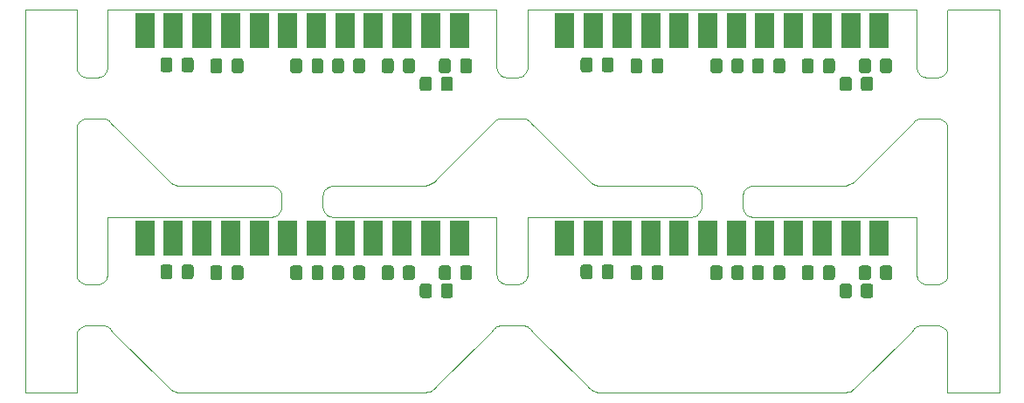
<source format=gbr>
G04 #@! TF.GenerationSoftware,KiCad,Pcbnew,5.1.5+dfsg1-2build2*
G04 #@! TF.CreationDate,2021-02-18T19:40:11-08:00*
G04 #@! TF.ProjectId,panel,70616e65-6c2e-46b6-9963-61645f706362,rev?*
G04 #@! TF.SameCoordinates,Original*
G04 #@! TF.FileFunction,Paste,Bot*
G04 #@! TF.FilePolarity,Positive*
%FSLAX46Y46*%
G04 Gerber Fmt 4.6, Leading zero omitted, Abs format (unit mm)*
G04 Created by KiCad (PCBNEW 5.1.5+dfsg1-2build2) date 2021-02-18 19:40:11*
%MOMM*%
%LPD*%
G04 APERTURE LIST*
G04 #@! TA.AperFunction,Profile*
%ADD10C,0.100000*%
G04 #@! TD*
%ADD11C,0.350000*%
%ADD12R,1.846667X3.480000*%
G04 APERTURE END LIST*
D10*
X46999000Y-75634600D02*
X46999000Y-61533200D01*
X47003800Y-75731900D02*
X46999000Y-75634600D01*
X47018000Y-75828000D02*
X47003800Y-75731900D01*
X47041600Y-75922200D02*
X47018000Y-75828000D01*
X47074400Y-76013700D02*
X47041600Y-75922200D01*
X47115900Y-76101500D02*
X47074400Y-76013700D01*
X47165900Y-76184900D02*
X47115900Y-76101500D01*
X47223700Y-76262900D02*
X47165900Y-76184900D01*
X47289000Y-76334900D02*
X47223700Y-76262900D01*
X47361000Y-76400100D02*
X47289000Y-76334900D01*
X47439000Y-76458000D02*
X47361000Y-76400100D01*
X47522300Y-76508000D02*
X47439000Y-76458000D01*
X47610100Y-76549500D02*
X47522300Y-76508000D01*
X47701600Y-76582200D02*
X47610100Y-76549500D01*
X47795900Y-76605800D02*
X47701600Y-76582200D01*
X47892000Y-76620100D02*
X47795900Y-76605800D01*
X47989200Y-76624900D02*
X47892000Y-76620100D01*
X49009400Y-76624900D02*
X47989200Y-76624900D01*
X49106700Y-76620100D02*
X49009400Y-76624900D01*
X49202800Y-76605800D02*
X49106700Y-76620100D01*
X49297000Y-76582200D02*
X49202800Y-76605800D01*
X49388500Y-76549500D02*
X49297000Y-76582200D01*
X49476300Y-76508000D02*
X49388500Y-76549500D01*
X49559600Y-76458000D02*
X49476300Y-76508000D01*
X49637600Y-76400200D02*
X49559600Y-76458000D01*
X49709600Y-76334900D02*
X49637600Y-76400200D01*
X49774900Y-76263000D02*
X49709600Y-76334900D01*
X49832700Y-76185000D02*
X49774900Y-76263000D01*
X49882700Y-76101600D02*
X49832700Y-76185000D01*
X49924200Y-76013800D02*
X49882700Y-76101600D01*
X49957000Y-75922400D02*
X49924200Y-76013800D01*
X49980600Y-75828100D02*
X49957000Y-75922400D01*
X49994900Y-75732000D02*
X49980600Y-75828100D01*
X49999700Y-75634800D02*
X49994900Y-75732000D01*
X50000500Y-70096500D02*
X49999700Y-75634800D01*
X50002000Y-70088500D02*
X50000500Y-70096500D01*
X50007000Y-70084000D02*
X50002000Y-70088500D01*
X50014100Y-70082900D02*
X50007000Y-70084000D01*
X65860500Y-70082900D02*
X50014100Y-70082900D01*
X65957800Y-70078100D02*
X65860500Y-70082900D01*
X66053900Y-70063900D02*
X65957800Y-70078100D01*
X66148100Y-70040300D02*
X66053900Y-70063900D01*
X66239600Y-70007500D02*
X66148100Y-70040300D01*
X66327400Y-69966000D02*
X66239600Y-70007500D01*
X66410800Y-69916000D02*
X66327400Y-69966000D01*
X66488800Y-69858200D02*
X66410800Y-69916000D01*
X66560800Y-69792900D02*
X66488800Y-69858200D01*
X66626000Y-69720900D02*
X66560800Y-69792900D01*
X66683900Y-69642900D02*
X66626000Y-69720900D01*
X66733900Y-69559600D02*
X66683900Y-69642900D01*
X66775400Y-69471800D02*
X66733900Y-69559600D01*
X66808100Y-69380300D02*
X66775400Y-69471800D01*
X66831700Y-69286000D02*
X66808100Y-69380300D01*
X66846000Y-69189900D02*
X66831700Y-69286000D01*
X66850800Y-69092700D02*
X66846000Y-69189900D01*
X66850800Y-68072900D02*
X66850800Y-69092700D01*
X66846000Y-67975700D02*
X66850800Y-68072900D01*
X66831700Y-67879600D02*
X66846000Y-67975700D01*
X66808100Y-67785300D02*
X66831700Y-67879600D01*
X66775400Y-67693900D02*
X66808100Y-67785300D01*
X66733900Y-67606100D02*
X66775400Y-67693900D01*
X66683900Y-67522700D02*
X66733900Y-67606100D01*
X66626100Y-67444700D02*
X66683900Y-67522700D01*
X66560800Y-67372700D02*
X66626100Y-67444700D01*
X66488900Y-67307500D02*
X66560800Y-67372700D01*
X66410800Y-67249600D02*
X66488900Y-67307500D01*
X66327500Y-67199600D02*
X66410800Y-67249600D01*
X66239700Y-67158100D02*
X66327500Y-67199600D01*
X66148300Y-67125400D02*
X66239700Y-67158100D01*
X66054000Y-67101700D02*
X66148300Y-67125400D01*
X65957900Y-67087500D02*
X66054000Y-67101700D01*
X65860700Y-67082700D02*
X65957900Y-67087500D01*
X57246500Y-67081300D02*
X65860700Y-67082700D01*
X57036500Y-67069600D02*
X57246500Y-67081300D01*
X57008600Y-67066400D02*
X57036500Y-67069600D01*
X56801700Y-67030900D02*
X57008600Y-67066400D01*
X56599400Y-66973000D02*
X56801700Y-67030900D01*
X56572800Y-66963700D02*
X56599400Y-66973000D01*
X56379000Y-66883000D02*
X56572800Y-66963700D01*
X56182700Y-66774600D02*
X56379000Y-66883000D01*
X55999800Y-66644900D02*
X56182700Y-66774600D01*
X55832100Y-66495400D02*
X55999800Y-66644900D01*
X50589700Y-61255700D02*
X55832100Y-66495400D01*
X50453800Y-61105900D02*
X50589700Y-61255700D01*
X50333400Y-60943900D02*
X50453800Y-61105900D01*
X50274900Y-60872100D02*
X50333400Y-60943900D01*
X50210100Y-60806300D02*
X50274900Y-60872100D01*
X50139500Y-60746800D02*
X50210100Y-60806300D01*
X50063600Y-60694200D02*
X50139500Y-60746800D01*
X49983100Y-60648800D02*
X50063600Y-60694200D01*
X49898800Y-60611100D02*
X49983100Y-60648800D01*
X49811300Y-60581500D02*
X49898800Y-60611100D01*
X49721500Y-60560200D02*
X49811300Y-60581500D01*
X49630000Y-60547300D02*
X49721500Y-60560200D01*
X49537500Y-60543000D02*
X49630000Y-60547300D01*
X47989200Y-60543000D02*
X49537500Y-60543000D01*
X47892000Y-60547700D02*
X47989200Y-60543000D01*
X47795900Y-60562000D02*
X47892000Y-60547700D01*
X47701600Y-60585600D02*
X47795900Y-60562000D01*
X47610100Y-60618300D02*
X47701600Y-60585600D01*
X47522300Y-60659900D02*
X47610100Y-60618300D01*
X47439000Y-60709800D02*
X47522300Y-60659900D01*
X47361000Y-60767700D02*
X47439000Y-60709800D01*
X47289000Y-60832900D02*
X47361000Y-60767700D01*
X47223700Y-60904900D02*
X47289000Y-60832900D01*
X47165900Y-60982900D02*
X47223700Y-60904900D01*
X47115900Y-61066300D02*
X47165900Y-60982900D01*
X47074400Y-61154100D02*
X47115900Y-61066300D01*
X47041600Y-61245600D02*
X47074400Y-61154100D01*
X47018000Y-61339800D02*
X47041600Y-61245600D01*
X47003800Y-61435900D02*
X47018000Y-61339800D01*
X46999000Y-61533200D02*
X47003800Y-61435900D01*
X87255200Y-61092200D02*
X87359300Y-60950100D01*
X87107800Y-61254900D02*
X87255200Y-61092200D01*
X81868200Y-66494500D02*
X87107800Y-61254900D01*
X81727400Y-66622400D02*
X81868200Y-66494500D01*
X81708400Y-66638100D02*
X81727400Y-66622400D01*
X81560100Y-66747600D02*
X81708400Y-66638100D01*
X81391700Y-66848500D02*
X81560100Y-66747600D01*
X81214100Y-66932500D02*
X81391700Y-66848500D01*
X81041200Y-66994600D02*
X81214100Y-66932500D01*
X81017600Y-67001800D02*
X81041200Y-66994600D01*
X80839200Y-67046200D02*
X81017600Y-67001800D01*
X80657000Y-67073500D02*
X80839200Y-67046200D01*
X80632500Y-67075900D02*
X80657000Y-67073500D01*
X80448700Y-67084800D02*
X80632500Y-67075900D01*
X71843200Y-67083600D02*
X80448700Y-67084800D01*
X71745900Y-67088400D02*
X71843200Y-67083600D01*
X71649800Y-67102600D02*
X71745900Y-67088400D01*
X71555500Y-67126200D02*
X71649800Y-67102600D01*
X71464000Y-67158900D02*
X71555500Y-67126200D01*
X71376200Y-67200500D02*
X71464000Y-67158900D01*
X71292800Y-67250400D02*
X71376200Y-67200500D01*
X71214800Y-67308300D02*
X71292800Y-67250400D01*
X71142800Y-67373500D02*
X71214800Y-67308300D01*
X71077500Y-67445500D02*
X71142800Y-67373500D01*
X71019600Y-67523500D02*
X71077500Y-67445500D01*
X70969700Y-67606900D02*
X71019600Y-67523500D01*
X70928100Y-67694700D02*
X70969700Y-67606900D01*
X70895400Y-67786200D02*
X70928100Y-67694700D01*
X70871800Y-67880400D02*
X70895400Y-67786200D01*
X70857500Y-67976600D02*
X70871800Y-67880400D01*
X70852800Y-68073800D02*
X70857500Y-67976600D01*
X70852800Y-69092700D02*
X70852800Y-68073800D01*
X70857500Y-69189900D02*
X70852800Y-69092700D01*
X70871800Y-69286000D02*
X70857500Y-69189900D01*
X70895400Y-69380300D02*
X70871800Y-69286000D01*
X70928100Y-69471800D02*
X70895400Y-69380300D01*
X70969700Y-69559600D02*
X70928100Y-69471800D01*
X71019600Y-69642900D02*
X70969700Y-69559600D01*
X71077500Y-69720900D02*
X71019600Y-69642900D01*
X71142700Y-69792900D02*
X71077500Y-69720900D01*
X71214700Y-69858200D02*
X71142700Y-69792900D01*
X71292800Y-69916000D02*
X71214700Y-69858200D01*
X71376100Y-69966000D02*
X71292800Y-69916000D01*
X71463900Y-70007500D02*
X71376100Y-69966000D01*
X71555400Y-70040300D02*
X71463900Y-70007500D01*
X71649600Y-70063900D02*
X71555400Y-70040300D01*
X71745700Y-70078100D02*
X71649600Y-70063900D01*
X71843000Y-70082900D02*
X71745700Y-70078100D01*
X87686000Y-70082900D02*
X71843000Y-70082900D01*
X87693100Y-70084000D02*
X87686000Y-70082900D01*
X87698100Y-70088500D02*
X87693100Y-70084000D01*
X87699600Y-70096500D02*
X87698100Y-70088500D01*
X87702400Y-75635100D02*
X87699600Y-70096500D01*
X87707200Y-75732400D02*
X87702400Y-75635100D01*
X87721500Y-75828400D02*
X87707200Y-75732400D01*
X87745100Y-75922600D02*
X87721500Y-75828400D01*
X87777900Y-76014100D02*
X87745100Y-75922600D01*
X87819400Y-76101800D02*
X87777900Y-76014100D01*
X87869400Y-76185100D02*
X87819400Y-76101800D01*
X87927300Y-76263100D02*
X87869400Y-76185100D01*
X87992500Y-76335100D02*
X87927300Y-76263100D01*
X88064500Y-76400300D02*
X87992500Y-76335100D01*
X88142500Y-76458100D02*
X88064500Y-76400300D01*
X88225800Y-76508000D02*
X88142500Y-76458100D01*
X88313600Y-76549500D02*
X88225800Y-76508000D01*
X88405100Y-76582300D02*
X88313600Y-76549500D01*
X88499300Y-76605800D02*
X88405100Y-76582300D01*
X88595300Y-76620100D02*
X88499300Y-76605800D01*
X88692600Y-76624900D02*
X88595300Y-76620100D01*
X89712900Y-76624900D02*
X88692600Y-76624900D01*
X89810200Y-76620100D02*
X89712900Y-76624900D01*
X89906300Y-76605800D02*
X89810200Y-76620100D01*
X90000500Y-76582200D02*
X89906300Y-76605800D01*
X90092000Y-76549500D02*
X90000500Y-76582200D01*
X90179800Y-76508000D02*
X90092000Y-76549500D01*
X90263100Y-76458000D02*
X90179800Y-76508000D01*
X90341100Y-76400200D02*
X90263100Y-76458000D01*
X90413100Y-76334900D02*
X90341100Y-76400200D01*
X90478400Y-76263000D02*
X90413100Y-76334900D01*
X90536200Y-76185000D02*
X90478400Y-76263000D01*
X90586200Y-76101600D02*
X90536200Y-76185000D01*
X90627700Y-76013800D02*
X90586200Y-76101600D01*
X90660500Y-75922400D02*
X90627700Y-76013800D01*
X90684100Y-75828100D02*
X90660500Y-75922400D01*
X90698400Y-75732000D02*
X90684100Y-75828100D01*
X90703200Y-75634800D02*
X90698400Y-75732000D01*
X90704000Y-70096500D02*
X90703200Y-75634800D01*
X90705500Y-70088500D02*
X90704000Y-70096500D01*
X90710500Y-70084000D02*
X90705500Y-70088500D01*
X90717600Y-70082900D02*
X90710500Y-70084000D01*
X106564000Y-70082900D02*
X90717600Y-70082900D01*
X106661300Y-70078100D02*
X106564000Y-70082900D01*
X106757400Y-70063900D02*
X106661300Y-70078100D01*
X106851700Y-70040300D02*
X106757400Y-70063900D01*
X106943100Y-70007500D02*
X106851700Y-70040300D01*
X107031000Y-69966000D02*
X106943100Y-70007500D01*
X107114300Y-69916000D02*
X107031000Y-69966000D01*
X107192300Y-69858200D02*
X107114300Y-69916000D01*
X107264300Y-69792900D02*
X107192300Y-69858200D01*
X107329600Y-69720900D02*
X107264300Y-69792900D01*
X107387400Y-69642900D02*
X107329600Y-69720900D01*
X107437400Y-69559600D02*
X107387400Y-69642900D01*
X107478900Y-69471800D02*
X107437400Y-69559600D01*
X107511600Y-69380300D02*
X107478900Y-69471800D01*
X107535200Y-69286000D02*
X107511600Y-69380300D01*
X107549500Y-69189900D02*
X107535200Y-69286000D01*
X107554300Y-69092700D02*
X107549500Y-69189900D01*
X107554300Y-68072900D02*
X107554300Y-69092700D01*
X107549500Y-67975700D02*
X107554300Y-68072900D01*
X107535300Y-67879600D02*
X107549500Y-67975700D01*
X107511600Y-67785300D02*
X107535300Y-67879600D01*
X107478900Y-67693900D02*
X107511600Y-67785300D01*
X107437400Y-67606100D02*
X107478900Y-67693900D01*
X107387500Y-67522700D02*
X107437400Y-67606100D01*
X107329600Y-67444700D02*
X107387500Y-67522700D01*
X107264400Y-67372700D02*
X107329600Y-67444700D01*
X107192400Y-67307500D02*
X107264400Y-67372700D01*
X107114400Y-67249600D02*
X107192400Y-67307500D01*
X107031000Y-67199600D02*
X107114400Y-67249600D01*
X106943200Y-67158100D02*
X107031000Y-67199600D01*
X106851800Y-67125400D02*
X106943200Y-67158100D01*
X106757500Y-67101700D02*
X106851800Y-67125400D01*
X106661500Y-67087500D02*
X106757500Y-67101700D01*
X106564200Y-67082700D02*
X106661500Y-67087500D01*
X97950000Y-67081300D02*
X106564200Y-67082700D01*
X97740100Y-67069600D02*
X97950000Y-67081300D01*
X97712100Y-67066400D02*
X97740100Y-67069600D01*
X97504700Y-67030700D02*
X97712100Y-67066400D01*
X97302600Y-66972900D02*
X97504700Y-67030700D01*
X97276300Y-66963700D02*
X97302600Y-66972900D01*
X97082500Y-66883000D02*
X97276300Y-66963700D01*
X96886200Y-66774600D02*
X97082500Y-66883000D01*
X96703300Y-66644900D02*
X96886200Y-66774600D01*
X96535600Y-66495400D02*
X96703300Y-66644900D01*
X91293200Y-61255700D02*
X96535600Y-66495400D01*
X91157400Y-61105900D02*
X91293200Y-61255700D01*
X91036900Y-60943900D02*
X91157400Y-61105900D01*
X90978400Y-60872100D02*
X91036900Y-60943900D01*
X90913600Y-60806300D02*
X90978400Y-60872100D01*
X90843000Y-60746800D02*
X90913600Y-60806300D01*
X90767100Y-60694200D02*
X90843000Y-60746800D01*
X90686600Y-60648800D02*
X90767100Y-60694200D01*
X90602300Y-60611100D02*
X90686600Y-60648800D01*
X90514800Y-60581500D02*
X90602300Y-60611100D01*
X90425000Y-60560200D02*
X90514800Y-60581500D01*
X90333500Y-60547300D02*
X90425000Y-60560200D01*
X90241000Y-60543000D02*
X90333500Y-60547300D01*
X88159700Y-60543000D02*
X90241000Y-60543000D01*
X88066500Y-60547300D02*
X88159700Y-60543000D01*
X87974300Y-60560400D02*
X88066500Y-60547300D01*
X87883700Y-60582200D02*
X87974300Y-60560400D01*
X87795600Y-60612300D02*
X87883700Y-60582200D01*
X87710700Y-60650500D02*
X87795600Y-60612300D01*
X87629800Y-60696600D02*
X87710700Y-60650500D01*
X87553500Y-60750100D02*
X87629800Y-60696600D01*
X87482600Y-60810500D02*
X87553500Y-60750100D01*
X87417800Y-60877300D02*
X87482600Y-60810500D01*
X87359300Y-60950100D02*
X87417800Y-60877300D01*
X127958800Y-61092200D02*
X128062800Y-60950100D01*
X127811300Y-61254900D02*
X127958800Y-61092200D01*
X122571700Y-66494500D02*
X127811300Y-61254900D01*
X122431000Y-66622400D02*
X122571700Y-66494500D01*
X122411900Y-66638100D02*
X122431000Y-66622400D01*
X122263700Y-66747600D02*
X122411900Y-66638100D01*
X122095200Y-66848500D02*
X122263700Y-66747600D01*
X121917700Y-66932500D02*
X122095200Y-66848500D01*
X121744700Y-66994600D02*
X121917700Y-66932500D01*
X121721100Y-67001800D02*
X121744700Y-66994600D01*
X121542700Y-67046200D02*
X121721100Y-67001800D01*
X121360500Y-67073500D02*
X121542700Y-67046200D01*
X121336000Y-67075900D02*
X121360500Y-67073500D01*
X121152200Y-67084800D02*
X121336000Y-67075900D01*
X112546700Y-67083600D02*
X121152200Y-67084800D01*
X112449400Y-67088400D02*
X112546700Y-67083600D01*
X112353300Y-67102600D02*
X112449400Y-67088400D01*
X112259000Y-67126200D02*
X112353300Y-67102600D01*
X112167500Y-67158900D02*
X112259000Y-67126200D01*
X112079700Y-67200500D02*
X112167500Y-67158900D01*
X111996400Y-67250400D02*
X112079700Y-67200500D01*
X111918300Y-67308300D02*
X111996400Y-67250400D01*
X111846300Y-67373500D02*
X111918300Y-67308300D01*
X111781100Y-67445500D02*
X111846300Y-67373500D01*
X111723200Y-67523500D02*
X111781100Y-67445500D01*
X111673200Y-67606900D02*
X111723200Y-67523500D01*
X111631700Y-67694700D02*
X111673200Y-67606900D01*
X111598900Y-67786200D02*
X111631700Y-67694700D01*
X111575300Y-67880400D02*
X111598900Y-67786200D01*
X111561100Y-67976600D02*
X111575300Y-67880400D01*
X111556300Y-68073800D02*
X111561100Y-67976600D01*
X111556300Y-69092700D02*
X111556300Y-68073800D01*
X111561100Y-69189900D02*
X111556300Y-69092700D01*
X111575300Y-69286000D02*
X111561100Y-69189900D01*
X111598900Y-69380300D02*
X111575300Y-69286000D01*
X111631700Y-69471800D02*
X111598900Y-69380300D01*
X111673200Y-69559600D02*
X111631700Y-69471800D01*
X111723100Y-69642900D02*
X111673200Y-69559600D01*
X111781000Y-69720900D02*
X111723100Y-69642900D01*
X111846300Y-69792900D02*
X111781000Y-69720900D01*
X111918200Y-69858200D02*
X111846300Y-69792900D01*
X111996300Y-69916000D02*
X111918200Y-69858200D01*
X112079600Y-69966000D02*
X111996300Y-69916000D01*
X112167400Y-70007500D02*
X112079600Y-69966000D01*
X112258900Y-70040300D02*
X112167400Y-70007500D01*
X112353100Y-70063900D02*
X112258900Y-70040300D01*
X112449200Y-70078100D02*
X112353100Y-70063900D01*
X112546500Y-70082900D02*
X112449200Y-70078100D01*
X128389500Y-70082900D02*
X112546500Y-70082900D01*
X128396600Y-70084000D02*
X128389500Y-70082900D01*
X128401600Y-70088500D02*
X128396600Y-70084000D01*
X128403100Y-70096500D02*
X128401600Y-70088500D01*
X128405900Y-75635100D02*
X128403100Y-70096500D01*
X128410700Y-75732400D02*
X128405900Y-75635100D01*
X128425000Y-75828400D02*
X128410700Y-75732400D01*
X128448600Y-75922600D02*
X128425000Y-75828400D01*
X128481400Y-76014100D02*
X128448600Y-75922600D01*
X128522900Y-76101800D02*
X128481400Y-76014100D01*
X128572900Y-76185100D02*
X128522900Y-76101800D01*
X128630800Y-76263100D02*
X128572900Y-76185100D01*
X128696000Y-76335100D02*
X128630800Y-76263100D01*
X128768000Y-76400300D02*
X128696000Y-76335100D01*
X128846000Y-76458100D02*
X128768000Y-76400300D01*
X128929300Y-76508000D02*
X128846000Y-76458100D01*
X129017100Y-76549500D02*
X128929300Y-76508000D01*
X129108600Y-76582300D02*
X129017100Y-76549500D01*
X129202800Y-76605800D02*
X129108600Y-76582300D01*
X129298900Y-76620100D02*
X129202800Y-76605800D01*
X129396100Y-76624900D02*
X129298900Y-76620100D01*
X130416800Y-76624900D02*
X129396100Y-76624900D01*
X130514100Y-76620100D02*
X130416800Y-76624900D01*
X130610200Y-76605800D02*
X130514100Y-76620100D01*
X130704400Y-76582200D02*
X130610200Y-76605800D01*
X130795900Y-76549500D02*
X130704400Y-76582200D01*
X130883700Y-76508000D02*
X130795900Y-76549500D01*
X130967000Y-76458000D02*
X130883700Y-76508000D01*
X131045100Y-76400100D02*
X130967000Y-76458000D01*
X131117100Y-76334900D02*
X131045100Y-76400100D01*
X131182300Y-76262900D02*
X131117100Y-76334900D01*
X131240200Y-76184900D02*
X131182300Y-76262900D01*
X131290100Y-76101500D02*
X131240200Y-76184900D01*
X131331700Y-76013700D02*
X131290100Y-76101500D01*
X131364400Y-75922200D02*
X131331700Y-76013700D01*
X131388000Y-75828000D02*
X131364400Y-75922200D01*
X131402300Y-75731900D02*
X131388000Y-75828000D01*
X131407000Y-75634600D02*
X131402300Y-75731900D01*
X131407000Y-61533200D02*
X131407000Y-75634600D01*
X131402300Y-61435900D02*
X131407000Y-61533200D01*
X131388000Y-61339800D02*
X131402300Y-61435900D01*
X131364400Y-61245600D02*
X131388000Y-61339800D01*
X131331700Y-61154100D02*
X131364400Y-61245600D01*
X131290100Y-61066300D02*
X131331700Y-61154100D01*
X131240200Y-60982900D02*
X131290100Y-61066300D01*
X131182300Y-60904900D02*
X131240200Y-60982900D01*
X131117100Y-60832900D02*
X131182300Y-60904900D01*
X131045100Y-60767700D02*
X131117100Y-60832900D01*
X130967000Y-60709800D02*
X131045100Y-60767700D01*
X130883700Y-60659900D02*
X130967000Y-60709800D01*
X130795900Y-60618300D02*
X130883700Y-60659900D01*
X130704400Y-60585600D02*
X130795900Y-60618300D01*
X130610200Y-60562000D02*
X130704400Y-60585600D01*
X130514100Y-60547700D02*
X130610200Y-60562000D01*
X130416800Y-60543000D02*
X130514100Y-60547700D01*
X128863200Y-60543000D02*
X130416800Y-60543000D01*
X128770000Y-60547300D02*
X128863200Y-60543000D01*
X128677800Y-60560400D02*
X128770000Y-60547300D01*
X128587200Y-60582200D02*
X128677800Y-60560400D01*
X128499100Y-60612300D02*
X128587200Y-60582200D01*
X128414200Y-60650500D02*
X128499100Y-60612300D01*
X128333300Y-60696600D02*
X128414200Y-60650500D01*
X128257000Y-60750100D02*
X128333300Y-60696600D01*
X128186200Y-60810500D02*
X128257000Y-60750100D01*
X128121300Y-60877300D02*
X128186200Y-60810500D01*
X128062800Y-60950100D02*
X128121300Y-60877300D01*
X46974500Y-49999000D02*
X42010200Y-49999700D01*
X46989800Y-49999800D02*
X46974500Y-49999000D01*
X46995700Y-50003000D02*
X46989800Y-49999800D01*
X46998200Y-50008200D02*
X46995700Y-50003000D01*
X46999000Y-50023500D02*
X46998200Y-50008200D01*
X46999000Y-55550700D02*
X46999000Y-50023500D01*
X47003800Y-55648000D02*
X46999000Y-55550700D01*
X47018000Y-55744100D02*
X47003800Y-55648000D01*
X47041600Y-55838300D02*
X47018000Y-55744100D01*
X47074400Y-55929800D02*
X47041600Y-55838300D01*
X47115900Y-56017600D02*
X47074400Y-55929800D01*
X47165900Y-56101000D02*
X47115900Y-56017600D01*
X47223700Y-56179000D02*
X47165900Y-56101000D01*
X47289000Y-56251000D02*
X47223700Y-56179000D01*
X47361000Y-56316200D02*
X47289000Y-56251000D01*
X47439000Y-56374100D02*
X47361000Y-56316200D01*
X47522300Y-56424000D02*
X47439000Y-56374100D01*
X47610100Y-56465600D02*
X47522300Y-56424000D01*
X47701600Y-56498300D02*
X47610100Y-56465600D01*
X47795900Y-56521900D02*
X47701600Y-56498300D01*
X47892000Y-56536200D02*
X47795900Y-56521900D01*
X47989200Y-56541000D02*
X47892000Y-56536200D01*
X49009400Y-56541000D02*
X47989200Y-56541000D01*
X49106700Y-56536200D02*
X49009400Y-56541000D01*
X49202800Y-56521900D02*
X49106700Y-56536200D01*
X49297000Y-56498300D02*
X49202800Y-56521900D01*
X49388500Y-56465600D02*
X49297000Y-56498300D01*
X49476300Y-56424100D02*
X49388500Y-56465600D01*
X49559600Y-56374100D02*
X49476300Y-56424100D01*
X49637600Y-56316300D02*
X49559600Y-56374100D01*
X49709600Y-56251000D02*
X49637600Y-56316300D01*
X49774900Y-56179100D02*
X49709600Y-56251000D01*
X49832700Y-56101000D02*
X49774900Y-56179100D01*
X49882700Y-56017700D02*
X49832700Y-56101000D01*
X49924200Y-55929900D02*
X49882700Y-56017700D01*
X49957000Y-55838500D02*
X49924200Y-55929900D01*
X49980600Y-55744200D02*
X49957000Y-55838500D01*
X49994900Y-55648100D02*
X49980600Y-55744200D01*
X49999700Y-55550900D02*
X49994900Y-55648100D01*
X50000500Y-50012600D02*
X49999700Y-55550900D01*
X50001300Y-50006400D02*
X50000500Y-50012600D01*
X50003800Y-50002300D02*
X50001300Y-50006400D01*
X50007900Y-49999800D02*
X50003800Y-50002300D01*
X50013200Y-49999000D02*
X50007900Y-49999800D01*
X87691200Y-49999500D02*
X50013200Y-49999000D01*
X87697600Y-50003800D02*
X87691200Y-49999500D01*
X87699600Y-50012600D02*
X87697600Y-50003800D01*
X87702400Y-55551200D02*
X87699600Y-50012600D01*
X87707200Y-55648400D02*
X87702400Y-55551200D01*
X87721500Y-55744500D02*
X87707200Y-55648400D01*
X87745100Y-55838700D02*
X87721500Y-55744500D01*
X87777900Y-55930100D02*
X87745100Y-55838700D01*
X87819400Y-56017900D02*
X87777900Y-55930100D01*
X87869400Y-56101200D02*
X87819400Y-56017900D01*
X87927300Y-56179200D02*
X87869400Y-56101200D01*
X87992500Y-56251200D02*
X87927300Y-56179200D01*
X88064500Y-56316400D02*
X87992500Y-56251200D01*
X88142500Y-56374200D02*
X88064500Y-56316400D01*
X88225800Y-56424100D02*
X88142500Y-56374200D01*
X88313600Y-56465600D02*
X88225800Y-56424100D01*
X88405100Y-56498300D02*
X88313600Y-56465600D01*
X88499300Y-56521900D02*
X88405100Y-56498300D01*
X88595300Y-56536200D02*
X88499300Y-56521900D01*
X88692600Y-56541000D02*
X88595300Y-56536200D01*
X89712900Y-56541000D02*
X88692600Y-56541000D01*
X89810200Y-56536200D02*
X89712900Y-56541000D01*
X89906300Y-56521900D02*
X89810200Y-56536200D01*
X90000500Y-56498300D02*
X89906300Y-56521900D01*
X90092000Y-56465600D02*
X90000500Y-56498300D01*
X90179800Y-56424100D02*
X90092000Y-56465600D01*
X90263100Y-56374100D02*
X90179800Y-56424100D01*
X90341100Y-56316300D02*
X90263100Y-56374100D01*
X90413100Y-56251000D02*
X90341100Y-56316300D01*
X90478400Y-56179100D02*
X90413100Y-56251000D01*
X90536200Y-56101000D02*
X90478400Y-56179100D01*
X90586200Y-56017700D02*
X90536200Y-56101000D01*
X90627700Y-55929900D02*
X90586200Y-56017700D01*
X90660500Y-55838500D02*
X90627700Y-55929900D01*
X90684100Y-55744200D02*
X90660500Y-55838500D01*
X90698400Y-55648100D02*
X90684100Y-55744200D01*
X90703200Y-55550900D02*
X90698400Y-55648100D01*
X90704000Y-50012600D02*
X90703200Y-55550900D01*
X90706000Y-50003800D02*
X90704000Y-50012600D01*
X90713300Y-49999400D02*
X90706000Y-50003800D01*
X128394700Y-49999500D02*
X90713300Y-49999400D01*
X128401100Y-50003800D02*
X128394700Y-49999500D01*
X128403100Y-50012600D02*
X128401100Y-50003800D01*
X128405900Y-55551200D02*
X128403100Y-50012600D01*
X128410700Y-55648500D02*
X128405900Y-55551200D01*
X128425000Y-55744500D02*
X128410700Y-55648500D01*
X128448600Y-55838700D02*
X128425000Y-55744500D01*
X128481400Y-55930100D02*
X128448600Y-55838700D01*
X128522900Y-56017900D02*
X128481400Y-55930100D01*
X128572900Y-56101200D02*
X128522900Y-56017900D01*
X128630800Y-56179200D02*
X128572900Y-56101200D01*
X128696000Y-56251200D02*
X128630800Y-56179200D01*
X128768000Y-56316400D02*
X128696000Y-56251200D01*
X128846000Y-56374200D02*
X128768000Y-56316400D01*
X128929300Y-56424100D02*
X128846000Y-56374200D01*
X129017100Y-56465600D02*
X128929300Y-56424100D01*
X129108600Y-56498300D02*
X129017100Y-56465600D01*
X129202800Y-56521900D02*
X129108600Y-56498300D01*
X129298900Y-56536200D02*
X129202800Y-56521900D01*
X129396100Y-56541000D02*
X129298900Y-56536200D01*
X130416800Y-56541000D02*
X129396100Y-56541000D01*
X130514100Y-56536200D02*
X130416800Y-56541000D01*
X130610200Y-56521900D02*
X130514100Y-56536200D01*
X130704400Y-56498300D02*
X130610200Y-56521900D01*
X130795900Y-56465600D02*
X130704400Y-56498300D01*
X130883700Y-56424000D02*
X130795900Y-56465600D01*
X130967000Y-56374100D02*
X130883700Y-56424000D01*
X131045100Y-56316200D02*
X130967000Y-56374100D01*
X131117100Y-56251000D02*
X131045100Y-56316200D01*
X131182300Y-56179000D02*
X131117100Y-56251000D01*
X131240200Y-56101000D02*
X131182300Y-56179000D01*
X131290100Y-56017600D02*
X131240200Y-56101000D01*
X131331700Y-55929800D02*
X131290100Y-56017600D01*
X131364400Y-55838300D02*
X131331700Y-55929800D01*
X131388000Y-55744100D02*
X131364400Y-55838300D01*
X131402300Y-55648000D02*
X131388000Y-55744100D01*
X131407000Y-55550700D02*
X131402300Y-55648000D01*
X131407000Y-50023500D02*
X131407000Y-55550700D01*
X131407800Y-50008200D02*
X131407000Y-50023500D01*
X131411000Y-50002300D02*
X131407800Y-50008200D01*
X131416300Y-49999800D02*
X131411000Y-50002300D01*
X131431600Y-49999000D02*
X131416300Y-49999800D01*
X136383500Y-49999000D02*
X131431600Y-49999000D01*
X136400700Y-50000300D02*
X136383500Y-49999000D01*
X136406800Y-50006300D02*
X136400700Y-50000300D01*
X136408000Y-50023500D02*
X136406800Y-50006300D01*
X136408000Y-87144300D02*
X136408000Y-50023500D01*
X136406800Y-87161500D02*
X136408000Y-87144300D01*
X136400700Y-87167500D02*
X136406800Y-87161500D01*
X136383500Y-87168800D02*
X136400700Y-87167500D01*
X131431600Y-87168800D02*
X136383500Y-87168800D01*
X131416300Y-87168000D02*
X131431600Y-87168800D01*
X131410300Y-87164800D02*
X131416300Y-87168000D01*
X131407800Y-87159600D02*
X131410300Y-87164800D01*
X131407000Y-87144300D02*
X131407800Y-87159600D01*
X131407000Y-81617100D02*
X131407000Y-87144300D01*
X131402300Y-81519800D02*
X131407000Y-81617100D01*
X131388000Y-81423700D02*
X131402300Y-81519800D01*
X131364400Y-81329500D02*
X131388000Y-81423700D01*
X131331700Y-81238000D02*
X131364400Y-81329500D01*
X131290100Y-81150200D02*
X131331700Y-81238000D01*
X131240200Y-81066900D02*
X131290100Y-81150200D01*
X131182300Y-80988800D02*
X131240200Y-81066900D01*
X131117100Y-80916800D02*
X131182300Y-80988800D01*
X131045100Y-80851600D02*
X131117100Y-80916800D01*
X130967000Y-80793700D02*
X131045100Y-80851600D01*
X130883700Y-80743800D02*
X130967000Y-80793700D01*
X130795900Y-80702200D02*
X130883700Y-80743800D01*
X130704400Y-80669500D02*
X130795900Y-80702200D01*
X130610200Y-80645900D02*
X130704400Y-80669500D01*
X130514100Y-80631600D02*
X130610200Y-80645900D01*
X130416800Y-80626900D02*
X130514100Y-80631600D01*
X128863200Y-80626900D02*
X130416800Y-80626900D01*
X128770000Y-80631300D02*
X128863200Y-80626900D01*
X128677800Y-80644400D02*
X128770000Y-80631300D01*
X128587200Y-80666100D02*
X128677800Y-80644400D01*
X128499100Y-80696200D02*
X128587200Y-80666100D01*
X128414200Y-80734400D02*
X128499100Y-80696200D01*
X128333300Y-80780500D02*
X128414200Y-80734400D01*
X128257000Y-80834000D02*
X128333300Y-80780500D01*
X128186200Y-80894400D02*
X128257000Y-80834000D01*
X128121300Y-80961200D02*
X128186200Y-80894400D01*
X128062800Y-81034000D02*
X128121300Y-80961200D01*
X127958800Y-81176100D02*
X128062800Y-81034000D01*
X127811300Y-81338800D02*
X127958800Y-81176100D01*
X122571700Y-86578400D02*
X127811300Y-81338800D01*
X122431000Y-86706300D02*
X122571700Y-86578400D01*
X122411900Y-86722000D02*
X122431000Y-86706300D01*
X122274000Y-86824300D02*
X122411900Y-86722000D01*
X122253500Y-86838000D02*
X122274000Y-86824300D01*
X122095200Y-86932400D02*
X122253500Y-86838000D01*
X121929200Y-87011300D02*
X122095200Y-86932400D01*
X121906400Y-87020700D02*
X121929200Y-87011300D01*
X121732800Y-87082500D02*
X121906400Y-87020700D01*
X121542300Y-87130200D02*
X121732800Y-87082500D01*
X121348000Y-87158900D02*
X121542300Y-87130200D01*
X121146000Y-87168800D02*
X121348000Y-87158900D01*
X97956900Y-87165300D02*
X121146000Y-87168800D01*
X97726300Y-87152300D02*
X97956900Y-87165300D01*
X97518500Y-87117400D02*
X97726300Y-87152300D01*
X97491300Y-87111200D02*
X97518500Y-87117400D01*
X97289200Y-87052500D02*
X97491300Y-87111200D01*
X97095200Y-86972600D02*
X97289200Y-87052500D01*
X97069800Y-86960400D02*
X97095200Y-86972600D01*
X96886200Y-86858500D02*
X97069800Y-86960400D01*
X96714400Y-86737100D02*
X96886200Y-86858500D01*
X96692400Y-86719600D02*
X96714400Y-86737100D01*
X96535800Y-86579500D02*
X96692400Y-86719600D01*
X91293200Y-81339600D02*
X96535800Y-86579500D01*
X91157400Y-81189800D02*
X91293200Y-81339600D01*
X91036900Y-81027800D02*
X91157400Y-81189800D01*
X90978400Y-80956000D02*
X91036900Y-81027800D01*
X90913600Y-80890200D02*
X90978400Y-80956000D01*
X90843000Y-80830700D02*
X90913600Y-80890200D01*
X90767100Y-80778100D02*
X90843000Y-80830700D01*
X90686600Y-80732700D02*
X90767100Y-80778100D01*
X90602300Y-80695100D02*
X90686600Y-80732700D01*
X90514800Y-80665400D02*
X90602300Y-80695100D01*
X90425000Y-80644100D02*
X90514800Y-80665400D01*
X90333500Y-80631200D02*
X90425000Y-80644100D01*
X90241000Y-80626900D02*
X90333500Y-80631200D01*
X88159700Y-80626900D02*
X90241000Y-80626900D01*
X88066500Y-80631300D02*
X88159700Y-80626900D01*
X87974300Y-80644400D02*
X88066500Y-80631300D01*
X87883700Y-80666100D02*
X87974300Y-80644400D01*
X87795600Y-80696200D02*
X87883700Y-80666100D01*
X87710700Y-80734400D02*
X87795600Y-80696200D01*
X87629800Y-80780500D02*
X87710700Y-80734400D01*
X87553500Y-80834000D02*
X87629800Y-80780500D01*
X87482600Y-80894400D02*
X87553500Y-80834000D01*
X87417800Y-80961200D02*
X87482600Y-80894400D01*
X87359300Y-81034000D02*
X87417800Y-80961200D01*
X87255200Y-81176100D02*
X87359300Y-81034000D01*
X87107800Y-81338800D02*
X87255200Y-81176100D01*
X81868200Y-86578400D02*
X87107800Y-81338800D01*
X81718300Y-86714300D02*
X81868200Y-86578400D01*
X81560500Y-86831200D02*
X81718300Y-86714300D01*
X81392100Y-86932200D02*
X81560500Y-86831200D01*
X81214600Y-87016200D02*
X81392100Y-86932200D01*
X81041200Y-87078500D02*
X81214600Y-87016200D01*
X81017600Y-87085700D02*
X81041200Y-87078500D01*
X80851000Y-87127400D02*
X81017600Y-87085700D01*
X80826900Y-87132200D02*
X80851000Y-87127400D01*
X80644500Y-87158900D02*
X80826900Y-87132200D01*
X80442500Y-87168800D02*
X80644500Y-87158900D01*
X57253400Y-87165300D02*
X80442500Y-87168800D01*
X57022800Y-87152300D02*
X57253400Y-87165300D01*
X56801700Y-87114800D02*
X57022800Y-87152300D01*
X56585700Y-87052500D02*
X56801700Y-87114800D01*
X56391600Y-86972600D02*
X56585700Y-87052500D01*
X56366300Y-86960400D02*
X56391600Y-86972600D01*
X56182700Y-86858500D02*
X56366300Y-86960400D01*
X56010900Y-86737100D02*
X56182700Y-86858500D01*
X55988900Y-86719600D02*
X56010900Y-86737100D01*
X55832300Y-86579500D02*
X55988900Y-86719600D01*
X50589800Y-81339700D02*
X55832300Y-86579500D01*
X50453500Y-81189400D02*
X50589800Y-81339700D01*
X50338400Y-81034800D02*
X50453500Y-81189400D01*
X50288900Y-80972000D02*
X50338400Y-81034800D01*
X50223800Y-80903100D02*
X50288900Y-80972000D01*
X50152500Y-80840800D02*
X50223800Y-80903100D01*
X50075500Y-80785700D02*
X50152500Y-80840800D01*
X49993600Y-80738100D02*
X50075500Y-80785700D01*
X49907500Y-80698500D02*
X49993600Y-80738100D01*
X49818100Y-80667400D02*
X49907500Y-80698500D01*
X49726100Y-80645000D02*
X49818100Y-80667400D01*
X49632400Y-80631400D02*
X49726100Y-80645000D01*
X49537500Y-80626900D02*
X49632400Y-80631400D01*
X47989200Y-80626900D02*
X49537500Y-80626900D01*
X47892000Y-80631600D02*
X47989200Y-80626900D01*
X47795900Y-80645900D02*
X47892000Y-80631600D01*
X47701600Y-80669500D02*
X47795900Y-80645900D01*
X47610100Y-80702200D02*
X47701600Y-80669500D01*
X47522300Y-80743800D02*
X47610100Y-80702200D01*
X47439000Y-80793700D02*
X47522300Y-80743800D01*
X47361000Y-80851600D02*
X47439000Y-80793700D01*
X47289000Y-80916800D02*
X47361000Y-80851600D01*
X47223700Y-80988800D02*
X47289000Y-80916800D01*
X47165900Y-81066900D02*
X47223700Y-80988800D01*
X47115900Y-81150200D02*
X47165900Y-81066900D01*
X47074400Y-81238000D02*
X47115900Y-81150200D01*
X47041600Y-81329500D02*
X47074400Y-81238000D01*
X47018000Y-81423700D02*
X47041600Y-81329500D01*
X47003800Y-81519800D02*
X47018000Y-81423700D01*
X46999000Y-81617100D02*
X47003800Y-81519800D01*
X46999000Y-87144300D02*
X46999000Y-81617100D01*
X46998200Y-87159600D02*
X46999000Y-87144300D01*
X46995700Y-87164800D02*
X46998200Y-87159600D01*
X46989800Y-87168000D02*
X46995700Y-87164800D01*
X46974500Y-87168800D02*
X46989800Y-87168000D01*
X42024500Y-87168800D02*
X46974500Y-87168800D01*
X42007300Y-87167500D02*
X42024500Y-87168800D01*
X42001300Y-87161500D02*
X42007300Y-87167500D01*
X42000000Y-87144300D02*
X42001300Y-87161500D01*
X42000000Y-50023500D02*
X42000000Y-87144300D01*
X42001600Y-50005400D02*
X42000000Y-50023500D01*
X42004700Y-50001600D02*
X42001600Y-50005400D01*
X42010200Y-49999700D02*
X42004700Y-50001600D01*
D11*
G04 #@! TO.C,R1*
G36*
X96770527Y-74719115D02*
G01*
X96794795Y-74722715D01*
X96818594Y-74728676D01*
X96841693Y-74736941D01*
X96863872Y-74747431D01*
X96884915Y-74760043D01*
X96904621Y-74774658D01*
X96922799Y-74791134D01*
X96939275Y-74809312D01*
X96953890Y-74829018D01*
X96966502Y-74850061D01*
X96976992Y-74872240D01*
X96985257Y-74895339D01*
X96991218Y-74919138D01*
X96994818Y-74943406D01*
X96996022Y-74967910D01*
X96996022Y-75867912D01*
X96994818Y-75892416D01*
X96991218Y-75916684D01*
X96985257Y-75940483D01*
X96976992Y-75963582D01*
X96966502Y-75985761D01*
X96953890Y-76006804D01*
X96939275Y-76026510D01*
X96922799Y-76044688D01*
X96904621Y-76061164D01*
X96884915Y-76075779D01*
X96863872Y-76088391D01*
X96841693Y-76098881D01*
X96818594Y-76107146D01*
X96794795Y-76113107D01*
X96770527Y-76116707D01*
X96746023Y-76117911D01*
X96096021Y-76117911D01*
X96071517Y-76116707D01*
X96047249Y-76113107D01*
X96023450Y-76107146D01*
X96000351Y-76098881D01*
X95978172Y-76088391D01*
X95957129Y-76075779D01*
X95937423Y-76061164D01*
X95919245Y-76044688D01*
X95902769Y-76026510D01*
X95888154Y-76006804D01*
X95875542Y-75985761D01*
X95865052Y-75963582D01*
X95856787Y-75940483D01*
X95850826Y-75916684D01*
X95847226Y-75892416D01*
X95846022Y-75867912D01*
X95846022Y-74967910D01*
X95847226Y-74943406D01*
X95850826Y-74919138D01*
X95856787Y-74895339D01*
X95865052Y-74872240D01*
X95875542Y-74850061D01*
X95888154Y-74829018D01*
X95902769Y-74809312D01*
X95919245Y-74791134D01*
X95937423Y-74774658D01*
X95957129Y-74760043D01*
X95978172Y-74747431D01*
X96000351Y-74736941D01*
X96023450Y-74728676D01*
X96047249Y-74722715D01*
X96071517Y-74719115D01*
X96096021Y-74717911D01*
X96746023Y-74717911D01*
X96770527Y-74719115D01*
G37*
G36*
X98820527Y-74719115D02*
G01*
X98844795Y-74722715D01*
X98868594Y-74728676D01*
X98891693Y-74736941D01*
X98913872Y-74747431D01*
X98934915Y-74760043D01*
X98954621Y-74774658D01*
X98972799Y-74791134D01*
X98989275Y-74809312D01*
X99003890Y-74829018D01*
X99016502Y-74850061D01*
X99026992Y-74872240D01*
X99035257Y-74895339D01*
X99041218Y-74919138D01*
X99044818Y-74943406D01*
X99046022Y-74967910D01*
X99046022Y-75867912D01*
X99044818Y-75892416D01*
X99041218Y-75916684D01*
X99035257Y-75940483D01*
X99026992Y-75963582D01*
X99016502Y-75985761D01*
X99003890Y-76006804D01*
X98989275Y-76026510D01*
X98972799Y-76044688D01*
X98954621Y-76061164D01*
X98934915Y-76075779D01*
X98913872Y-76088391D01*
X98891693Y-76098881D01*
X98868594Y-76107146D01*
X98844795Y-76113107D01*
X98820527Y-76116707D01*
X98796023Y-76117911D01*
X98146021Y-76117911D01*
X98121517Y-76116707D01*
X98097249Y-76113107D01*
X98073450Y-76107146D01*
X98050351Y-76098881D01*
X98028172Y-76088391D01*
X98007129Y-76075779D01*
X97987423Y-76061164D01*
X97969245Y-76044688D01*
X97952769Y-76026510D01*
X97938154Y-76006804D01*
X97925542Y-75985761D01*
X97915052Y-75963582D01*
X97906787Y-75940483D01*
X97900826Y-75916684D01*
X97897226Y-75892416D01*
X97896022Y-75867912D01*
X97896022Y-74967910D01*
X97897226Y-74943406D01*
X97900826Y-74919138D01*
X97906787Y-74895339D01*
X97915052Y-74872240D01*
X97925542Y-74850061D01*
X97938154Y-74829018D01*
X97952769Y-74809312D01*
X97969245Y-74791134D01*
X97987423Y-74774658D01*
X98007129Y-74760043D01*
X98028172Y-74747431D01*
X98050351Y-74736941D01*
X98073450Y-74728676D01*
X98097249Y-74722715D01*
X98121517Y-74719115D01*
X98146021Y-74717911D01*
X98796023Y-74717911D01*
X98820527Y-74719115D01*
G37*
G04 #@! TD*
G04 #@! TO.C,R2*
G36*
X123750527Y-74809115D02*
G01*
X123774795Y-74812715D01*
X123798594Y-74818676D01*
X123821693Y-74826941D01*
X123843872Y-74837431D01*
X123864915Y-74850043D01*
X123884621Y-74864658D01*
X123902799Y-74881134D01*
X123919275Y-74899312D01*
X123933890Y-74919018D01*
X123946502Y-74940061D01*
X123956992Y-74962240D01*
X123965257Y-74985339D01*
X123971218Y-75009138D01*
X123974818Y-75033406D01*
X123976022Y-75057910D01*
X123976022Y-75957912D01*
X123974818Y-75982416D01*
X123971218Y-76006684D01*
X123965257Y-76030483D01*
X123956992Y-76053582D01*
X123946502Y-76075761D01*
X123933890Y-76096804D01*
X123919275Y-76116510D01*
X123902799Y-76134688D01*
X123884621Y-76151164D01*
X123864915Y-76165779D01*
X123843872Y-76178391D01*
X123821693Y-76188881D01*
X123798594Y-76197146D01*
X123774795Y-76203107D01*
X123750527Y-76206707D01*
X123726023Y-76207911D01*
X123076021Y-76207911D01*
X123051517Y-76206707D01*
X123027249Y-76203107D01*
X123003450Y-76197146D01*
X122980351Y-76188881D01*
X122958172Y-76178391D01*
X122937129Y-76165779D01*
X122917423Y-76151164D01*
X122899245Y-76134688D01*
X122882769Y-76116510D01*
X122868154Y-76096804D01*
X122855542Y-76075761D01*
X122845052Y-76053582D01*
X122836787Y-76030483D01*
X122830826Y-76006684D01*
X122827226Y-75982416D01*
X122826022Y-75957912D01*
X122826022Y-75057910D01*
X122827226Y-75033406D01*
X122830826Y-75009138D01*
X122836787Y-74985339D01*
X122845052Y-74962240D01*
X122855542Y-74940061D01*
X122868154Y-74919018D01*
X122882769Y-74899312D01*
X122899245Y-74881134D01*
X122917423Y-74864658D01*
X122937129Y-74850043D01*
X122958172Y-74837431D01*
X122980351Y-74826941D01*
X123003450Y-74818676D01*
X123027249Y-74812715D01*
X123051517Y-74809115D01*
X123076021Y-74807911D01*
X123726023Y-74807911D01*
X123750527Y-74809115D01*
G37*
G36*
X125800527Y-74809115D02*
G01*
X125824795Y-74812715D01*
X125848594Y-74818676D01*
X125871693Y-74826941D01*
X125893872Y-74837431D01*
X125914915Y-74850043D01*
X125934621Y-74864658D01*
X125952799Y-74881134D01*
X125969275Y-74899312D01*
X125983890Y-74919018D01*
X125996502Y-74940061D01*
X126006992Y-74962240D01*
X126015257Y-74985339D01*
X126021218Y-75009138D01*
X126024818Y-75033406D01*
X126026022Y-75057910D01*
X126026022Y-75957912D01*
X126024818Y-75982416D01*
X126021218Y-76006684D01*
X126015257Y-76030483D01*
X126006992Y-76053582D01*
X125996502Y-76075761D01*
X125983890Y-76096804D01*
X125969275Y-76116510D01*
X125952799Y-76134688D01*
X125934621Y-76151164D01*
X125914915Y-76165779D01*
X125893872Y-76178391D01*
X125871693Y-76188881D01*
X125848594Y-76197146D01*
X125824795Y-76203107D01*
X125800527Y-76206707D01*
X125776023Y-76207911D01*
X125126021Y-76207911D01*
X125101517Y-76206707D01*
X125077249Y-76203107D01*
X125053450Y-76197146D01*
X125030351Y-76188881D01*
X125008172Y-76178391D01*
X124987129Y-76165779D01*
X124967423Y-76151164D01*
X124949245Y-76134688D01*
X124932769Y-76116510D01*
X124918154Y-76096804D01*
X124905542Y-76075761D01*
X124895052Y-76053582D01*
X124886787Y-76030483D01*
X124880826Y-76006684D01*
X124877226Y-75982416D01*
X124876022Y-75957912D01*
X124876022Y-75057910D01*
X124877226Y-75033406D01*
X124880826Y-75009138D01*
X124886787Y-74985339D01*
X124895052Y-74962240D01*
X124905542Y-74940061D01*
X124918154Y-74919018D01*
X124932769Y-74899312D01*
X124949245Y-74881134D01*
X124967423Y-74864658D01*
X124987129Y-74850043D01*
X125008172Y-74837431D01*
X125030351Y-74826941D01*
X125053450Y-74818676D01*
X125077249Y-74812715D01*
X125101517Y-74809115D01*
X125126021Y-74807911D01*
X125776023Y-74807911D01*
X125800527Y-74809115D01*
G37*
G04 #@! TD*
G04 #@! TO.C,R3*
G36*
X103652627Y-74809115D02*
G01*
X103676895Y-74812715D01*
X103700694Y-74818676D01*
X103723793Y-74826941D01*
X103745972Y-74837431D01*
X103767015Y-74850043D01*
X103786721Y-74864658D01*
X103804899Y-74881134D01*
X103821375Y-74899312D01*
X103835990Y-74919018D01*
X103848602Y-74940061D01*
X103859092Y-74962240D01*
X103867357Y-74985339D01*
X103873318Y-75009138D01*
X103876918Y-75033406D01*
X103878122Y-75057910D01*
X103878122Y-75957912D01*
X103876918Y-75982416D01*
X103873318Y-76006684D01*
X103867357Y-76030483D01*
X103859092Y-76053582D01*
X103848602Y-76075761D01*
X103835990Y-76096804D01*
X103821375Y-76116510D01*
X103804899Y-76134688D01*
X103786721Y-76151164D01*
X103767015Y-76165779D01*
X103745972Y-76178391D01*
X103723793Y-76188881D01*
X103700694Y-76197146D01*
X103676895Y-76203107D01*
X103652627Y-76206707D01*
X103628123Y-76207911D01*
X102978121Y-76207911D01*
X102953617Y-76206707D01*
X102929349Y-76203107D01*
X102905550Y-76197146D01*
X102882451Y-76188881D01*
X102860272Y-76178391D01*
X102839229Y-76165779D01*
X102819523Y-76151164D01*
X102801345Y-76134688D01*
X102784869Y-76116510D01*
X102770254Y-76096804D01*
X102757642Y-76075761D01*
X102747152Y-76053582D01*
X102738887Y-76030483D01*
X102732926Y-76006684D01*
X102729326Y-75982416D01*
X102728122Y-75957912D01*
X102728122Y-75057910D01*
X102729326Y-75033406D01*
X102732926Y-75009138D01*
X102738887Y-74985339D01*
X102747152Y-74962240D01*
X102757642Y-74940061D01*
X102770254Y-74919018D01*
X102784869Y-74899312D01*
X102801345Y-74881134D01*
X102819523Y-74864658D01*
X102839229Y-74850043D01*
X102860272Y-74837431D01*
X102882451Y-74826941D01*
X102905550Y-74818676D01*
X102929349Y-74812715D01*
X102953617Y-74809115D01*
X102978121Y-74807911D01*
X103628123Y-74807911D01*
X103652627Y-74809115D01*
G37*
G36*
X101602627Y-74809115D02*
G01*
X101626895Y-74812715D01*
X101650694Y-74818676D01*
X101673793Y-74826941D01*
X101695972Y-74837431D01*
X101717015Y-74850043D01*
X101736721Y-74864658D01*
X101754899Y-74881134D01*
X101771375Y-74899312D01*
X101785990Y-74919018D01*
X101798602Y-74940061D01*
X101809092Y-74962240D01*
X101817357Y-74985339D01*
X101823318Y-75009138D01*
X101826918Y-75033406D01*
X101828122Y-75057910D01*
X101828122Y-75957912D01*
X101826918Y-75982416D01*
X101823318Y-76006684D01*
X101817357Y-76030483D01*
X101809092Y-76053582D01*
X101798602Y-76075761D01*
X101785990Y-76096804D01*
X101771375Y-76116510D01*
X101754899Y-76134688D01*
X101736721Y-76151164D01*
X101717015Y-76165779D01*
X101695972Y-76178391D01*
X101673793Y-76188881D01*
X101650694Y-76197146D01*
X101626895Y-76203107D01*
X101602627Y-76206707D01*
X101578123Y-76207911D01*
X100928121Y-76207911D01*
X100903617Y-76206707D01*
X100879349Y-76203107D01*
X100855550Y-76197146D01*
X100832451Y-76188881D01*
X100810272Y-76178391D01*
X100789229Y-76165779D01*
X100769523Y-76151164D01*
X100751345Y-76134688D01*
X100734869Y-76116510D01*
X100720254Y-76096804D01*
X100707642Y-76075761D01*
X100697152Y-76053582D01*
X100688887Y-76030483D01*
X100682926Y-76006684D01*
X100679326Y-75982416D01*
X100678122Y-75957912D01*
X100678122Y-75057910D01*
X100679326Y-75033406D01*
X100682926Y-75009138D01*
X100688887Y-74985339D01*
X100697152Y-74962240D01*
X100707642Y-74940061D01*
X100720254Y-74919018D01*
X100734869Y-74899312D01*
X100751345Y-74881134D01*
X100769523Y-74864658D01*
X100789229Y-74850043D01*
X100810272Y-74837431D01*
X100832451Y-74826941D01*
X100855550Y-74818676D01*
X100879349Y-74812715D01*
X100903617Y-74809115D01*
X100928121Y-74807911D01*
X101578123Y-74807911D01*
X101602627Y-74809115D01*
G37*
G04 #@! TD*
G04 #@! TO.C,R4*
G36*
X121893627Y-76559115D02*
G01*
X121917895Y-76562715D01*
X121941694Y-76568676D01*
X121964793Y-76576941D01*
X121986972Y-76587431D01*
X122008015Y-76600043D01*
X122027721Y-76614658D01*
X122045899Y-76631134D01*
X122062375Y-76649312D01*
X122076990Y-76669018D01*
X122089602Y-76690061D01*
X122100092Y-76712240D01*
X122108357Y-76735339D01*
X122114318Y-76759138D01*
X122117918Y-76783406D01*
X122119122Y-76807910D01*
X122119122Y-77707912D01*
X122117918Y-77732416D01*
X122114318Y-77756684D01*
X122108357Y-77780483D01*
X122100092Y-77803582D01*
X122089602Y-77825761D01*
X122076990Y-77846804D01*
X122062375Y-77866510D01*
X122045899Y-77884688D01*
X122027721Y-77901164D01*
X122008015Y-77915779D01*
X121986972Y-77928391D01*
X121964793Y-77938881D01*
X121941694Y-77947146D01*
X121917895Y-77953107D01*
X121893627Y-77956707D01*
X121869123Y-77957911D01*
X121219121Y-77957911D01*
X121194617Y-77956707D01*
X121170349Y-77953107D01*
X121146550Y-77947146D01*
X121123451Y-77938881D01*
X121101272Y-77928391D01*
X121080229Y-77915779D01*
X121060523Y-77901164D01*
X121042345Y-77884688D01*
X121025869Y-77866510D01*
X121011254Y-77846804D01*
X120998642Y-77825761D01*
X120988152Y-77803582D01*
X120979887Y-77780483D01*
X120973926Y-77756684D01*
X120970326Y-77732416D01*
X120969122Y-77707912D01*
X120969122Y-76807910D01*
X120970326Y-76783406D01*
X120973926Y-76759138D01*
X120979887Y-76735339D01*
X120988152Y-76712240D01*
X120998642Y-76690061D01*
X121011254Y-76669018D01*
X121025869Y-76649312D01*
X121042345Y-76631134D01*
X121060523Y-76614658D01*
X121080229Y-76600043D01*
X121101272Y-76587431D01*
X121123451Y-76576941D01*
X121146550Y-76568676D01*
X121170349Y-76562715D01*
X121194617Y-76559115D01*
X121219121Y-76557911D01*
X121869123Y-76557911D01*
X121893627Y-76559115D01*
G37*
G36*
X123943627Y-76559115D02*
G01*
X123967895Y-76562715D01*
X123991694Y-76568676D01*
X124014793Y-76576941D01*
X124036972Y-76587431D01*
X124058015Y-76600043D01*
X124077721Y-76614658D01*
X124095899Y-76631134D01*
X124112375Y-76649312D01*
X124126990Y-76669018D01*
X124139602Y-76690061D01*
X124150092Y-76712240D01*
X124158357Y-76735339D01*
X124164318Y-76759138D01*
X124167918Y-76783406D01*
X124169122Y-76807910D01*
X124169122Y-77707912D01*
X124167918Y-77732416D01*
X124164318Y-77756684D01*
X124158357Y-77780483D01*
X124150092Y-77803582D01*
X124139602Y-77825761D01*
X124126990Y-77846804D01*
X124112375Y-77866510D01*
X124095899Y-77884688D01*
X124077721Y-77901164D01*
X124058015Y-77915779D01*
X124036972Y-77928391D01*
X124014793Y-77938881D01*
X123991694Y-77947146D01*
X123967895Y-77953107D01*
X123943627Y-77956707D01*
X123919123Y-77957911D01*
X123269121Y-77957911D01*
X123244617Y-77956707D01*
X123220349Y-77953107D01*
X123196550Y-77947146D01*
X123173451Y-77938881D01*
X123151272Y-77928391D01*
X123130229Y-77915779D01*
X123110523Y-77901164D01*
X123092345Y-77884688D01*
X123075869Y-77866510D01*
X123061254Y-77846804D01*
X123048642Y-77825761D01*
X123038152Y-77803582D01*
X123029887Y-77780483D01*
X123023926Y-77756684D01*
X123020326Y-77732416D01*
X123019122Y-77707912D01*
X123019122Y-76807910D01*
X123020326Y-76783406D01*
X123023926Y-76759138D01*
X123029887Y-76735339D01*
X123038152Y-76712240D01*
X123048642Y-76690061D01*
X123061254Y-76669018D01*
X123075869Y-76649312D01*
X123092345Y-76631134D01*
X123110523Y-76614658D01*
X123130229Y-76600043D01*
X123151272Y-76587431D01*
X123173451Y-76576941D01*
X123196550Y-76568676D01*
X123220349Y-76562715D01*
X123244617Y-76559115D01*
X123269121Y-76557911D01*
X123919123Y-76557911D01*
X123943627Y-76559115D01*
G37*
G04 #@! TD*
G04 #@! TO.C,R5*
G36*
X109352627Y-74809115D02*
G01*
X109376895Y-74812715D01*
X109400694Y-74818676D01*
X109423793Y-74826941D01*
X109445972Y-74837431D01*
X109467015Y-74850043D01*
X109486721Y-74864658D01*
X109504899Y-74881134D01*
X109521375Y-74899312D01*
X109535990Y-74919018D01*
X109548602Y-74940061D01*
X109559092Y-74962240D01*
X109567357Y-74985339D01*
X109573318Y-75009138D01*
X109576918Y-75033406D01*
X109578122Y-75057910D01*
X109578122Y-75957912D01*
X109576918Y-75982416D01*
X109573318Y-76006684D01*
X109567357Y-76030483D01*
X109559092Y-76053582D01*
X109548602Y-76075761D01*
X109535990Y-76096804D01*
X109521375Y-76116510D01*
X109504899Y-76134688D01*
X109486721Y-76151164D01*
X109467015Y-76165779D01*
X109445972Y-76178391D01*
X109423793Y-76188881D01*
X109400694Y-76197146D01*
X109376895Y-76203107D01*
X109352627Y-76206707D01*
X109328123Y-76207911D01*
X108678121Y-76207911D01*
X108653617Y-76206707D01*
X108629349Y-76203107D01*
X108605550Y-76197146D01*
X108582451Y-76188881D01*
X108560272Y-76178391D01*
X108539229Y-76165779D01*
X108519523Y-76151164D01*
X108501345Y-76134688D01*
X108484869Y-76116510D01*
X108470254Y-76096804D01*
X108457642Y-76075761D01*
X108447152Y-76053582D01*
X108438887Y-76030483D01*
X108432926Y-76006684D01*
X108429326Y-75982416D01*
X108428122Y-75957912D01*
X108428122Y-75057910D01*
X108429326Y-75033406D01*
X108432926Y-75009138D01*
X108438887Y-74985339D01*
X108447152Y-74962240D01*
X108457642Y-74940061D01*
X108470254Y-74919018D01*
X108484869Y-74899312D01*
X108501345Y-74881134D01*
X108519523Y-74864658D01*
X108539229Y-74850043D01*
X108560272Y-74837431D01*
X108582451Y-74826941D01*
X108605550Y-74818676D01*
X108629349Y-74812715D01*
X108653617Y-74809115D01*
X108678121Y-74807911D01*
X109328123Y-74807911D01*
X109352627Y-74809115D01*
G37*
G36*
X111402627Y-74809115D02*
G01*
X111426895Y-74812715D01*
X111450694Y-74818676D01*
X111473793Y-74826941D01*
X111495972Y-74837431D01*
X111517015Y-74850043D01*
X111536721Y-74864658D01*
X111554899Y-74881134D01*
X111571375Y-74899312D01*
X111585990Y-74919018D01*
X111598602Y-74940061D01*
X111609092Y-74962240D01*
X111617357Y-74985339D01*
X111623318Y-75009138D01*
X111626918Y-75033406D01*
X111628122Y-75057910D01*
X111628122Y-75957912D01*
X111626918Y-75982416D01*
X111623318Y-76006684D01*
X111617357Y-76030483D01*
X111609092Y-76053582D01*
X111598602Y-76075761D01*
X111585990Y-76096804D01*
X111571375Y-76116510D01*
X111554899Y-76134688D01*
X111536721Y-76151164D01*
X111517015Y-76165779D01*
X111495972Y-76178391D01*
X111473793Y-76188881D01*
X111450694Y-76197146D01*
X111426895Y-76203107D01*
X111402627Y-76206707D01*
X111378123Y-76207911D01*
X110728121Y-76207911D01*
X110703617Y-76206707D01*
X110679349Y-76203107D01*
X110655550Y-76197146D01*
X110632451Y-76188881D01*
X110610272Y-76178391D01*
X110589229Y-76165779D01*
X110569523Y-76151164D01*
X110551345Y-76134688D01*
X110534869Y-76116510D01*
X110520254Y-76096804D01*
X110507642Y-76075761D01*
X110497152Y-76053582D01*
X110488887Y-76030483D01*
X110482926Y-76006684D01*
X110479326Y-75982416D01*
X110478122Y-75957912D01*
X110478122Y-75057910D01*
X110479326Y-75033406D01*
X110482926Y-75009138D01*
X110488887Y-74985339D01*
X110497152Y-74962240D01*
X110507642Y-74940061D01*
X110520254Y-74919018D01*
X110534869Y-74899312D01*
X110551345Y-74881134D01*
X110569523Y-74864658D01*
X110589229Y-74850043D01*
X110610272Y-74837431D01*
X110632451Y-74826941D01*
X110655550Y-74818676D01*
X110679349Y-74812715D01*
X110703617Y-74809115D01*
X110728121Y-74807911D01*
X111378123Y-74807911D01*
X111402627Y-74809115D01*
G37*
G04 #@! TD*
G04 #@! TO.C,R6*
G36*
X118210527Y-74809115D02*
G01*
X118234795Y-74812715D01*
X118258594Y-74818676D01*
X118281693Y-74826941D01*
X118303872Y-74837431D01*
X118324915Y-74850043D01*
X118344621Y-74864658D01*
X118362799Y-74881134D01*
X118379275Y-74899312D01*
X118393890Y-74919018D01*
X118406502Y-74940061D01*
X118416992Y-74962240D01*
X118425257Y-74985339D01*
X118431218Y-75009138D01*
X118434818Y-75033406D01*
X118436022Y-75057910D01*
X118436022Y-75957912D01*
X118434818Y-75982416D01*
X118431218Y-76006684D01*
X118425257Y-76030483D01*
X118416992Y-76053582D01*
X118406502Y-76075761D01*
X118393890Y-76096804D01*
X118379275Y-76116510D01*
X118362799Y-76134688D01*
X118344621Y-76151164D01*
X118324915Y-76165779D01*
X118303872Y-76178391D01*
X118281693Y-76188881D01*
X118258594Y-76197146D01*
X118234795Y-76203107D01*
X118210527Y-76206707D01*
X118186023Y-76207911D01*
X117536021Y-76207911D01*
X117511517Y-76206707D01*
X117487249Y-76203107D01*
X117463450Y-76197146D01*
X117440351Y-76188881D01*
X117418172Y-76178391D01*
X117397129Y-76165779D01*
X117377423Y-76151164D01*
X117359245Y-76134688D01*
X117342769Y-76116510D01*
X117328154Y-76096804D01*
X117315542Y-76075761D01*
X117305052Y-76053582D01*
X117296787Y-76030483D01*
X117290826Y-76006684D01*
X117287226Y-75982416D01*
X117286022Y-75957912D01*
X117286022Y-75057910D01*
X117287226Y-75033406D01*
X117290826Y-75009138D01*
X117296787Y-74985339D01*
X117305052Y-74962240D01*
X117315542Y-74940061D01*
X117328154Y-74919018D01*
X117342769Y-74899312D01*
X117359245Y-74881134D01*
X117377423Y-74864658D01*
X117397129Y-74850043D01*
X117418172Y-74837431D01*
X117440351Y-74826941D01*
X117463450Y-74818676D01*
X117487249Y-74812715D01*
X117511517Y-74809115D01*
X117536021Y-74807911D01*
X118186023Y-74807911D01*
X118210527Y-74809115D01*
G37*
G36*
X120260527Y-74809115D02*
G01*
X120284795Y-74812715D01*
X120308594Y-74818676D01*
X120331693Y-74826941D01*
X120353872Y-74837431D01*
X120374915Y-74850043D01*
X120394621Y-74864658D01*
X120412799Y-74881134D01*
X120429275Y-74899312D01*
X120443890Y-74919018D01*
X120456502Y-74940061D01*
X120466992Y-74962240D01*
X120475257Y-74985339D01*
X120481218Y-75009138D01*
X120484818Y-75033406D01*
X120486022Y-75057910D01*
X120486022Y-75957912D01*
X120484818Y-75982416D01*
X120481218Y-76006684D01*
X120475257Y-76030483D01*
X120466992Y-76053582D01*
X120456502Y-76075761D01*
X120443890Y-76096804D01*
X120429275Y-76116510D01*
X120412799Y-76134688D01*
X120394621Y-76151164D01*
X120374915Y-76165779D01*
X120353872Y-76178391D01*
X120331693Y-76188881D01*
X120308594Y-76197146D01*
X120284795Y-76203107D01*
X120260527Y-76206707D01*
X120236023Y-76207911D01*
X119586021Y-76207911D01*
X119561517Y-76206707D01*
X119537249Y-76203107D01*
X119513450Y-76197146D01*
X119490351Y-76188881D01*
X119468172Y-76178391D01*
X119447129Y-76165779D01*
X119427423Y-76151164D01*
X119409245Y-76134688D01*
X119392769Y-76116510D01*
X119378154Y-76096804D01*
X119365542Y-76075761D01*
X119355052Y-76053582D01*
X119346787Y-76030483D01*
X119340826Y-76006684D01*
X119337226Y-75982416D01*
X119336022Y-75957912D01*
X119336022Y-75057910D01*
X119337226Y-75033406D01*
X119340826Y-75009138D01*
X119346787Y-74985339D01*
X119355052Y-74962240D01*
X119365542Y-74940061D01*
X119378154Y-74919018D01*
X119392769Y-74899312D01*
X119409245Y-74881134D01*
X119427423Y-74864658D01*
X119447129Y-74850043D01*
X119468172Y-74837431D01*
X119490351Y-74826941D01*
X119513450Y-74818676D01*
X119537249Y-74812715D01*
X119561517Y-74809115D01*
X119586021Y-74807911D01*
X120236023Y-74807911D01*
X120260527Y-74809115D01*
G37*
G04 #@! TD*
G04 #@! TO.C,R7*
G36*
X113390527Y-74809115D02*
G01*
X113414795Y-74812715D01*
X113438594Y-74818676D01*
X113461693Y-74826941D01*
X113483872Y-74837431D01*
X113504915Y-74850043D01*
X113524621Y-74864658D01*
X113542799Y-74881134D01*
X113559275Y-74899312D01*
X113573890Y-74919018D01*
X113586502Y-74940061D01*
X113596992Y-74962240D01*
X113605257Y-74985339D01*
X113611218Y-75009138D01*
X113614818Y-75033406D01*
X113616022Y-75057910D01*
X113616022Y-75957912D01*
X113614818Y-75982416D01*
X113611218Y-76006684D01*
X113605257Y-76030483D01*
X113596992Y-76053582D01*
X113586502Y-76075761D01*
X113573890Y-76096804D01*
X113559275Y-76116510D01*
X113542799Y-76134688D01*
X113524621Y-76151164D01*
X113504915Y-76165779D01*
X113483872Y-76178391D01*
X113461693Y-76188881D01*
X113438594Y-76197146D01*
X113414795Y-76203107D01*
X113390527Y-76206707D01*
X113366023Y-76207911D01*
X112716021Y-76207911D01*
X112691517Y-76206707D01*
X112667249Y-76203107D01*
X112643450Y-76197146D01*
X112620351Y-76188881D01*
X112598172Y-76178391D01*
X112577129Y-76165779D01*
X112557423Y-76151164D01*
X112539245Y-76134688D01*
X112522769Y-76116510D01*
X112508154Y-76096804D01*
X112495542Y-76075761D01*
X112485052Y-76053582D01*
X112476787Y-76030483D01*
X112470826Y-76006684D01*
X112467226Y-75982416D01*
X112466022Y-75957912D01*
X112466022Y-75057910D01*
X112467226Y-75033406D01*
X112470826Y-75009138D01*
X112476787Y-74985339D01*
X112485052Y-74962240D01*
X112495542Y-74940061D01*
X112508154Y-74919018D01*
X112522769Y-74899312D01*
X112539245Y-74881134D01*
X112557423Y-74864658D01*
X112577129Y-74850043D01*
X112598172Y-74837431D01*
X112620351Y-74826941D01*
X112643450Y-74818676D01*
X112667249Y-74812715D01*
X112691517Y-74809115D01*
X112716021Y-74807911D01*
X113366023Y-74807911D01*
X113390527Y-74809115D01*
G37*
G36*
X115440527Y-74809115D02*
G01*
X115464795Y-74812715D01*
X115488594Y-74818676D01*
X115511693Y-74826941D01*
X115533872Y-74837431D01*
X115554915Y-74850043D01*
X115574621Y-74864658D01*
X115592799Y-74881134D01*
X115609275Y-74899312D01*
X115623890Y-74919018D01*
X115636502Y-74940061D01*
X115646992Y-74962240D01*
X115655257Y-74985339D01*
X115661218Y-75009138D01*
X115664818Y-75033406D01*
X115666022Y-75057910D01*
X115666022Y-75957912D01*
X115664818Y-75982416D01*
X115661218Y-76006684D01*
X115655257Y-76030483D01*
X115646992Y-76053582D01*
X115636502Y-76075761D01*
X115623890Y-76096804D01*
X115609275Y-76116510D01*
X115592799Y-76134688D01*
X115574621Y-76151164D01*
X115554915Y-76165779D01*
X115533872Y-76178391D01*
X115511693Y-76188881D01*
X115488594Y-76197146D01*
X115464795Y-76203107D01*
X115440527Y-76206707D01*
X115416023Y-76207911D01*
X114766021Y-76207911D01*
X114741517Y-76206707D01*
X114717249Y-76203107D01*
X114693450Y-76197146D01*
X114670351Y-76188881D01*
X114648172Y-76178391D01*
X114627129Y-76165779D01*
X114607423Y-76151164D01*
X114589245Y-76134688D01*
X114572769Y-76116510D01*
X114558154Y-76096804D01*
X114545542Y-76075761D01*
X114535052Y-76053582D01*
X114526787Y-76030483D01*
X114520826Y-76006684D01*
X114517226Y-75982416D01*
X114516022Y-75957912D01*
X114516022Y-75057910D01*
X114517226Y-75033406D01*
X114520826Y-75009138D01*
X114526787Y-74985339D01*
X114535052Y-74962240D01*
X114545542Y-74940061D01*
X114558154Y-74919018D01*
X114572769Y-74899312D01*
X114589245Y-74881134D01*
X114607423Y-74864658D01*
X114627129Y-74850043D01*
X114648172Y-74837431D01*
X114670351Y-74826941D01*
X114693450Y-74818676D01*
X114717249Y-74812715D01*
X114741517Y-74809115D01*
X114766021Y-74807911D01*
X115416023Y-74807911D01*
X115440527Y-74809115D01*
G37*
G04 #@! TD*
D12*
G04 #@! TO.C,J2*
X124786022Y-72115911D03*
X122016022Y-72115911D03*
X119246022Y-72115911D03*
X116476022Y-72115911D03*
X113706022Y-72115911D03*
X110936022Y-72115911D03*
X108166022Y-72115911D03*
X105396022Y-72115911D03*
X102626022Y-72115911D03*
X99856022Y-72115911D03*
X97086022Y-72115911D03*
X94316022Y-72115911D03*
G04 #@! TD*
D11*
G04 #@! TO.C,R1*
G36*
X56067006Y-74719115D02*
G01*
X56091274Y-74722715D01*
X56115073Y-74728676D01*
X56138172Y-74736941D01*
X56160351Y-74747431D01*
X56181394Y-74760043D01*
X56201100Y-74774658D01*
X56219278Y-74791134D01*
X56235754Y-74809312D01*
X56250369Y-74829018D01*
X56262981Y-74850061D01*
X56273471Y-74872240D01*
X56281736Y-74895339D01*
X56287697Y-74919138D01*
X56291297Y-74943406D01*
X56292501Y-74967910D01*
X56292501Y-75867912D01*
X56291297Y-75892416D01*
X56287697Y-75916684D01*
X56281736Y-75940483D01*
X56273471Y-75963582D01*
X56262981Y-75985761D01*
X56250369Y-76006804D01*
X56235754Y-76026510D01*
X56219278Y-76044688D01*
X56201100Y-76061164D01*
X56181394Y-76075779D01*
X56160351Y-76088391D01*
X56138172Y-76098881D01*
X56115073Y-76107146D01*
X56091274Y-76113107D01*
X56067006Y-76116707D01*
X56042502Y-76117911D01*
X55392500Y-76117911D01*
X55367996Y-76116707D01*
X55343728Y-76113107D01*
X55319929Y-76107146D01*
X55296830Y-76098881D01*
X55274651Y-76088391D01*
X55253608Y-76075779D01*
X55233902Y-76061164D01*
X55215724Y-76044688D01*
X55199248Y-76026510D01*
X55184633Y-76006804D01*
X55172021Y-75985761D01*
X55161531Y-75963582D01*
X55153266Y-75940483D01*
X55147305Y-75916684D01*
X55143705Y-75892416D01*
X55142501Y-75867912D01*
X55142501Y-74967910D01*
X55143705Y-74943406D01*
X55147305Y-74919138D01*
X55153266Y-74895339D01*
X55161531Y-74872240D01*
X55172021Y-74850061D01*
X55184633Y-74829018D01*
X55199248Y-74809312D01*
X55215724Y-74791134D01*
X55233902Y-74774658D01*
X55253608Y-74760043D01*
X55274651Y-74747431D01*
X55296830Y-74736941D01*
X55319929Y-74728676D01*
X55343728Y-74722715D01*
X55367996Y-74719115D01*
X55392500Y-74717911D01*
X56042502Y-74717911D01*
X56067006Y-74719115D01*
G37*
G36*
X58117006Y-74719115D02*
G01*
X58141274Y-74722715D01*
X58165073Y-74728676D01*
X58188172Y-74736941D01*
X58210351Y-74747431D01*
X58231394Y-74760043D01*
X58251100Y-74774658D01*
X58269278Y-74791134D01*
X58285754Y-74809312D01*
X58300369Y-74829018D01*
X58312981Y-74850061D01*
X58323471Y-74872240D01*
X58331736Y-74895339D01*
X58337697Y-74919138D01*
X58341297Y-74943406D01*
X58342501Y-74967910D01*
X58342501Y-75867912D01*
X58341297Y-75892416D01*
X58337697Y-75916684D01*
X58331736Y-75940483D01*
X58323471Y-75963582D01*
X58312981Y-75985761D01*
X58300369Y-76006804D01*
X58285754Y-76026510D01*
X58269278Y-76044688D01*
X58251100Y-76061164D01*
X58231394Y-76075779D01*
X58210351Y-76088391D01*
X58188172Y-76098881D01*
X58165073Y-76107146D01*
X58141274Y-76113107D01*
X58117006Y-76116707D01*
X58092502Y-76117911D01*
X57442500Y-76117911D01*
X57417996Y-76116707D01*
X57393728Y-76113107D01*
X57369929Y-76107146D01*
X57346830Y-76098881D01*
X57324651Y-76088391D01*
X57303608Y-76075779D01*
X57283902Y-76061164D01*
X57265724Y-76044688D01*
X57249248Y-76026510D01*
X57234633Y-76006804D01*
X57222021Y-75985761D01*
X57211531Y-75963582D01*
X57203266Y-75940483D01*
X57197305Y-75916684D01*
X57193705Y-75892416D01*
X57192501Y-75867912D01*
X57192501Y-74967910D01*
X57193705Y-74943406D01*
X57197305Y-74919138D01*
X57203266Y-74895339D01*
X57211531Y-74872240D01*
X57222021Y-74850061D01*
X57234633Y-74829018D01*
X57249248Y-74809312D01*
X57265724Y-74791134D01*
X57283902Y-74774658D01*
X57303608Y-74760043D01*
X57324651Y-74747431D01*
X57346830Y-74736941D01*
X57369929Y-74728676D01*
X57393728Y-74722715D01*
X57417996Y-74719115D01*
X57442500Y-74717911D01*
X58092502Y-74717911D01*
X58117006Y-74719115D01*
G37*
G04 #@! TD*
G04 #@! TO.C,R2*
G36*
X83047006Y-74809115D02*
G01*
X83071274Y-74812715D01*
X83095073Y-74818676D01*
X83118172Y-74826941D01*
X83140351Y-74837431D01*
X83161394Y-74850043D01*
X83181100Y-74864658D01*
X83199278Y-74881134D01*
X83215754Y-74899312D01*
X83230369Y-74919018D01*
X83242981Y-74940061D01*
X83253471Y-74962240D01*
X83261736Y-74985339D01*
X83267697Y-75009138D01*
X83271297Y-75033406D01*
X83272501Y-75057910D01*
X83272501Y-75957912D01*
X83271297Y-75982416D01*
X83267697Y-76006684D01*
X83261736Y-76030483D01*
X83253471Y-76053582D01*
X83242981Y-76075761D01*
X83230369Y-76096804D01*
X83215754Y-76116510D01*
X83199278Y-76134688D01*
X83181100Y-76151164D01*
X83161394Y-76165779D01*
X83140351Y-76178391D01*
X83118172Y-76188881D01*
X83095073Y-76197146D01*
X83071274Y-76203107D01*
X83047006Y-76206707D01*
X83022502Y-76207911D01*
X82372500Y-76207911D01*
X82347996Y-76206707D01*
X82323728Y-76203107D01*
X82299929Y-76197146D01*
X82276830Y-76188881D01*
X82254651Y-76178391D01*
X82233608Y-76165779D01*
X82213902Y-76151164D01*
X82195724Y-76134688D01*
X82179248Y-76116510D01*
X82164633Y-76096804D01*
X82152021Y-76075761D01*
X82141531Y-76053582D01*
X82133266Y-76030483D01*
X82127305Y-76006684D01*
X82123705Y-75982416D01*
X82122501Y-75957912D01*
X82122501Y-75057910D01*
X82123705Y-75033406D01*
X82127305Y-75009138D01*
X82133266Y-74985339D01*
X82141531Y-74962240D01*
X82152021Y-74940061D01*
X82164633Y-74919018D01*
X82179248Y-74899312D01*
X82195724Y-74881134D01*
X82213902Y-74864658D01*
X82233608Y-74850043D01*
X82254651Y-74837431D01*
X82276830Y-74826941D01*
X82299929Y-74818676D01*
X82323728Y-74812715D01*
X82347996Y-74809115D01*
X82372500Y-74807911D01*
X83022502Y-74807911D01*
X83047006Y-74809115D01*
G37*
G36*
X85097006Y-74809115D02*
G01*
X85121274Y-74812715D01*
X85145073Y-74818676D01*
X85168172Y-74826941D01*
X85190351Y-74837431D01*
X85211394Y-74850043D01*
X85231100Y-74864658D01*
X85249278Y-74881134D01*
X85265754Y-74899312D01*
X85280369Y-74919018D01*
X85292981Y-74940061D01*
X85303471Y-74962240D01*
X85311736Y-74985339D01*
X85317697Y-75009138D01*
X85321297Y-75033406D01*
X85322501Y-75057910D01*
X85322501Y-75957912D01*
X85321297Y-75982416D01*
X85317697Y-76006684D01*
X85311736Y-76030483D01*
X85303471Y-76053582D01*
X85292981Y-76075761D01*
X85280369Y-76096804D01*
X85265754Y-76116510D01*
X85249278Y-76134688D01*
X85231100Y-76151164D01*
X85211394Y-76165779D01*
X85190351Y-76178391D01*
X85168172Y-76188881D01*
X85145073Y-76197146D01*
X85121274Y-76203107D01*
X85097006Y-76206707D01*
X85072502Y-76207911D01*
X84422500Y-76207911D01*
X84397996Y-76206707D01*
X84373728Y-76203107D01*
X84349929Y-76197146D01*
X84326830Y-76188881D01*
X84304651Y-76178391D01*
X84283608Y-76165779D01*
X84263902Y-76151164D01*
X84245724Y-76134688D01*
X84229248Y-76116510D01*
X84214633Y-76096804D01*
X84202021Y-76075761D01*
X84191531Y-76053582D01*
X84183266Y-76030483D01*
X84177305Y-76006684D01*
X84173705Y-75982416D01*
X84172501Y-75957912D01*
X84172501Y-75057910D01*
X84173705Y-75033406D01*
X84177305Y-75009138D01*
X84183266Y-74985339D01*
X84191531Y-74962240D01*
X84202021Y-74940061D01*
X84214633Y-74919018D01*
X84229248Y-74899312D01*
X84245724Y-74881134D01*
X84263902Y-74864658D01*
X84283608Y-74850043D01*
X84304651Y-74837431D01*
X84326830Y-74826941D01*
X84349929Y-74818676D01*
X84373728Y-74812715D01*
X84397996Y-74809115D01*
X84422500Y-74807911D01*
X85072502Y-74807911D01*
X85097006Y-74809115D01*
G37*
G04 #@! TD*
G04 #@! TO.C,R3*
G36*
X62949106Y-74809115D02*
G01*
X62973374Y-74812715D01*
X62997173Y-74818676D01*
X63020272Y-74826941D01*
X63042451Y-74837431D01*
X63063494Y-74850043D01*
X63083200Y-74864658D01*
X63101378Y-74881134D01*
X63117854Y-74899312D01*
X63132469Y-74919018D01*
X63145081Y-74940061D01*
X63155571Y-74962240D01*
X63163836Y-74985339D01*
X63169797Y-75009138D01*
X63173397Y-75033406D01*
X63174601Y-75057910D01*
X63174601Y-75957912D01*
X63173397Y-75982416D01*
X63169797Y-76006684D01*
X63163836Y-76030483D01*
X63155571Y-76053582D01*
X63145081Y-76075761D01*
X63132469Y-76096804D01*
X63117854Y-76116510D01*
X63101378Y-76134688D01*
X63083200Y-76151164D01*
X63063494Y-76165779D01*
X63042451Y-76178391D01*
X63020272Y-76188881D01*
X62997173Y-76197146D01*
X62973374Y-76203107D01*
X62949106Y-76206707D01*
X62924602Y-76207911D01*
X62274600Y-76207911D01*
X62250096Y-76206707D01*
X62225828Y-76203107D01*
X62202029Y-76197146D01*
X62178930Y-76188881D01*
X62156751Y-76178391D01*
X62135708Y-76165779D01*
X62116002Y-76151164D01*
X62097824Y-76134688D01*
X62081348Y-76116510D01*
X62066733Y-76096804D01*
X62054121Y-76075761D01*
X62043631Y-76053582D01*
X62035366Y-76030483D01*
X62029405Y-76006684D01*
X62025805Y-75982416D01*
X62024601Y-75957912D01*
X62024601Y-75057910D01*
X62025805Y-75033406D01*
X62029405Y-75009138D01*
X62035366Y-74985339D01*
X62043631Y-74962240D01*
X62054121Y-74940061D01*
X62066733Y-74919018D01*
X62081348Y-74899312D01*
X62097824Y-74881134D01*
X62116002Y-74864658D01*
X62135708Y-74850043D01*
X62156751Y-74837431D01*
X62178930Y-74826941D01*
X62202029Y-74818676D01*
X62225828Y-74812715D01*
X62250096Y-74809115D01*
X62274600Y-74807911D01*
X62924602Y-74807911D01*
X62949106Y-74809115D01*
G37*
G36*
X60899106Y-74809115D02*
G01*
X60923374Y-74812715D01*
X60947173Y-74818676D01*
X60970272Y-74826941D01*
X60992451Y-74837431D01*
X61013494Y-74850043D01*
X61033200Y-74864658D01*
X61051378Y-74881134D01*
X61067854Y-74899312D01*
X61082469Y-74919018D01*
X61095081Y-74940061D01*
X61105571Y-74962240D01*
X61113836Y-74985339D01*
X61119797Y-75009138D01*
X61123397Y-75033406D01*
X61124601Y-75057910D01*
X61124601Y-75957912D01*
X61123397Y-75982416D01*
X61119797Y-76006684D01*
X61113836Y-76030483D01*
X61105571Y-76053582D01*
X61095081Y-76075761D01*
X61082469Y-76096804D01*
X61067854Y-76116510D01*
X61051378Y-76134688D01*
X61033200Y-76151164D01*
X61013494Y-76165779D01*
X60992451Y-76178391D01*
X60970272Y-76188881D01*
X60947173Y-76197146D01*
X60923374Y-76203107D01*
X60899106Y-76206707D01*
X60874602Y-76207911D01*
X60224600Y-76207911D01*
X60200096Y-76206707D01*
X60175828Y-76203107D01*
X60152029Y-76197146D01*
X60128930Y-76188881D01*
X60106751Y-76178391D01*
X60085708Y-76165779D01*
X60066002Y-76151164D01*
X60047824Y-76134688D01*
X60031348Y-76116510D01*
X60016733Y-76096804D01*
X60004121Y-76075761D01*
X59993631Y-76053582D01*
X59985366Y-76030483D01*
X59979405Y-76006684D01*
X59975805Y-75982416D01*
X59974601Y-75957912D01*
X59974601Y-75057910D01*
X59975805Y-75033406D01*
X59979405Y-75009138D01*
X59985366Y-74985339D01*
X59993631Y-74962240D01*
X60004121Y-74940061D01*
X60016733Y-74919018D01*
X60031348Y-74899312D01*
X60047824Y-74881134D01*
X60066002Y-74864658D01*
X60085708Y-74850043D01*
X60106751Y-74837431D01*
X60128930Y-74826941D01*
X60152029Y-74818676D01*
X60175828Y-74812715D01*
X60200096Y-74809115D01*
X60224600Y-74807911D01*
X60874602Y-74807911D01*
X60899106Y-74809115D01*
G37*
G04 #@! TD*
G04 #@! TO.C,R4*
G36*
X81190106Y-76559115D02*
G01*
X81214374Y-76562715D01*
X81238173Y-76568676D01*
X81261272Y-76576941D01*
X81283451Y-76587431D01*
X81304494Y-76600043D01*
X81324200Y-76614658D01*
X81342378Y-76631134D01*
X81358854Y-76649312D01*
X81373469Y-76669018D01*
X81386081Y-76690061D01*
X81396571Y-76712240D01*
X81404836Y-76735339D01*
X81410797Y-76759138D01*
X81414397Y-76783406D01*
X81415601Y-76807910D01*
X81415601Y-77707912D01*
X81414397Y-77732416D01*
X81410797Y-77756684D01*
X81404836Y-77780483D01*
X81396571Y-77803582D01*
X81386081Y-77825761D01*
X81373469Y-77846804D01*
X81358854Y-77866510D01*
X81342378Y-77884688D01*
X81324200Y-77901164D01*
X81304494Y-77915779D01*
X81283451Y-77928391D01*
X81261272Y-77938881D01*
X81238173Y-77947146D01*
X81214374Y-77953107D01*
X81190106Y-77956707D01*
X81165602Y-77957911D01*
X80515600Y-77957911D01*
X80491096Y-77956707D01*
X80466828Y-77953107D01*
X80443029Y-77947146D01*
X80419930Y-77938881D01*
X80397751Y-77928391D01*
X80376708Y-77915779D01*
X80357002Y-77901164D01*
X80338824Y-77884688D01*
X80322348Y-77866510D01*
X80307733Y-77846804D01*
X80295121Y-77825761D01*
X80284631Y-77803582D01*
X80276366Y-77780483D01*
X80270405Y-77756684D01*
X80266805Y-77732416D01*
X80265601Y-77707912D01*
X80265601Y-76807910D01*
X80266805Y-76783406D01*
X80270405Y-76759138D01*
X80276366Y-76735339D01*
X80284631Y-76712240D01*
X80295121Y-76690061D01*
X80307733Y-76669018D01*
X80322348Y-76649312D01*
X80338824Y-76631134D01*
X80357002Y-76614658D01*
X80376708Y-76600043D01*
X80397751Y-76587431D01*
X80419930Y-76576941D01*
X80443029Y-76568676D01*
X80466828Y-76562715D01*
X80491096Y-76559115D01*
X80515600Y-76557911D01*
X81165602Y-76557911D01*
X81190106Y-76559115D01*
G37*
G36*
X83240106Y-76559115D02*
G01*
X83264374Y-76562715D01*
X83288173Y-76568676D01*
X83311272Y-76576941D01*
X83333451Y-76587431D01*
X83354494Y-76600043D01*
X83374200Y-76614658D01*
X83392378Y-76631134D01*
X83408854Y-76649312D01*
X83423469Y-76669018D01*
X83436081Y-76690061D01*
X83446571Y-76712240D01*
X83454836Y-76735339D01*
X83460797Y-76759138D01*
X83464397Y-76783406D01*
X83465601Y-76807910D01*
X83465601Y-77707912D01*
X83464397Y-77732416D01*
X83460797Y-77756684D01*
X83454836Y-77780483D01*
X83446571Y-77803582D01*
X83436081Y-77825761D01*
X83423469Y-77846804D01*
X83408854Y-77866510D01*
X83392378Y-77884688D01*
X83374200Y-77901164D01*
X83354494Y-77915779D01*
X83333451Y-77928391D01*
X83311272Y-77938881D01*
X83288173Y-77947146D01*
X83264374Y-77953107D01*
X83240106Y-77956707D01*
X83215602Y-77957911D01*
X82565600Y-77957911D01*
X82541096Y-77956707D01*
X82516828Y-77953107D01*
X82493029Y-77947146D01*
X82469930Y-77938881D01*
X82447751Y-77928391D01*
X82426708Y-77915779D01*
X82407002Y-77901164D01*
X82388824Y-77884688D01*
X82372348Y-77866510D01*
X82357733Y-77846804D01*
X82345121Y-77825761D01*
X82334631Y-77803582D01*
X82326366Y-77780483D01*
X82320405Y-77756684D01*
X82316805Y-77732416D01*
X82315601Y-77707912D01*
X82315601Y-76807910D01*
X82316805Y-76783406D01*
X82320405Y-76759138D01*
X82326366Y-76735339D01*
X82334631Y-76712240D01*
X82345121Y-76690061D01*
X82357733Y-76669018D01*
X82372348Y-76649312D01*
X82388824Y-76631134D01*
X82407002Y-76614658D01*
X82426708Y-76600043D01*
X82447751Y-76587431D01*
X82469930Y-76576941D01*
X82493029Y-76568676D01*
X82516828Y-76562715D01*
X82541096Y-76559115D01*
X82565600Y-76557911D01*
X83215602Y-76557911D01*
X83240106Y-76559115D01*
G37*
G04 #@! TD*
G04 #@! TO.C,R5*
G36*
X68649106Y-74809115D02*
G01*
X68673374Y-74812715D01*
X68697173Y-74818676D01*
X68720272Y-74826941D01*
X68742451Y-74837431D01*
X68763494Y-74850043D01*
X68783200Y-74864658D01*
X68801378Y-74881134D01*
X68817854Y-74899312D01*
X68832469Y-74919018D01*
X68845081Y-74940061D01*
X68855571Y-74962240D01*
X68863836Y-74985339D01*
X68869797Y-75009138D01*
X68873397Y-75033406D01*
X68874601Y-75057910D01*
X68874601Y-75957912D01*
X68873397Y-75982416D01*
X68869797Y-76006684D01*
X68863836Y-76030483D01*
X68855571Y-76053582D01*
X68845081Y-76075761D01*
X68832469Y-76096804D01*
X68817854Y-76116510D01*
X68801378Y-76134688D01*
X68783200Y-76151164D01*
X68763494Y-76165779D01*
X68742451Y-76178391D01*
X68720272Y-76188881D01*
X68697173Y-76197146D01*
X68673374Y-76203107D01*
X68649106Y-76206707D01*
X68624602Y-76207911D01*
X67974600Y-76207911D01*
X67950096Y-76206707D01*
X67925828Y-76203107D01*
X67902029Y-76197146D01*
X67878930Y-76188881D01*
X67856751Y-76178391D01*
X67835708Y-76165779D01*
X67816002Y-76151164D01*
X67797824Y-76134688D01*
X67781348Y-76116510D01*
X67766733Y-76096804D01*
X67754121Y-76075761D01*
X67743631Y-76053582D01*
X67735366Y-76030483D01*
X67729405Y-76006684D01*
X67725805Y-75982416D01*
X67724601Y-75957912D01*
X67724601Y-75057910D01*
X67725805Y-75033406D01*
X67729405Y-75009138D01*
X67735366Y-74985339D01*
X67743631Y-74962240D01*
X67754121Y-74940061D01*
X67766733Y-74919018D01*
X67781348Y-74899312D01*
X67797824Y-74881134D01*
X67816002Y-74864658D01*
X67835708Y-74850043D01*
X67856751Y-74837431D01*
X67878930Y-74826941D01*
X67902029Y-74818676D01*
X67925828Y-74812715D01*
X67950096Y-74809115D01*
X67974600Y-74807911D01*
X68624602Y-74807911D01*
X68649106Y-74809115D01*
G37*
G36*
X70699106Y-74809115D02*
G01*
X70723374Y-74812715D01*
X70747173Y-74818676D01*
X70770272Y-74826941D01*
X70792451Y-74837431D01*
X70813494Y-74850043D01*
X70833200Y-74864658D01*
X70851378Y-74881134D01*
X70867854Y-74899312D01*
X70882469Y-74919018D01*
X70895081Y-74940061D01*
X70905571Y-74962240D01*
X70913836Y-74985339D01*
X70919797Y-75009138D01*
X70923397Y-75033406D01*
X70924601Y-75057910D01*
X70924601Y-75957912D01*
X70923397Y-75982416D01*
X70919797Y-76006684D01*
X70913836Y-76030483D01*
X70905571Y-76053582D01*
X70895081Y-76075761D01*
X70882469Y-76096804D01*
X70867854Y-76116510D01*
X70851378Y-76134688D01*
X70833200Y-76151164D01*
X70813494Y-76165779D01*
X70792451Y-76178391D01*
X70770272Y-76188881D01*
X70747173Y-76197146D01*
X70723374Y-76203107D01*
X70699106Y-76206707D01*
X70674602Y-76207911D01*
X70024600Y-76207911D01*
X70000096Y-76206707D01*
X69975828Y-76203107D01*
X69952029Y-76197146D01*
X69928930Y-76188881D01*
X69906751Y-76178391D01*
X69885708Y-76165779D01*
X69866002Y-76151164D01*
X69847824Y-76134688D01*
X69831348Y-76116510D01*
X69816733Y-76096804D01*
X69804121Y-76075761D01*
X69793631Y-76053582D01*
X69785366Y-76030483D01*
X69779405Y-76006684D01*
X69775805Y-75982416D01*
X69774601Y-75957912D01*
X69774601Y-75057910D01*
X69775805Y-75033406D01*
X69779405Y-75009138D01*
X69785366Y-74985339D01*
X69793631Y-74962240D01*
X69804121Y-74940061D01*
X69816733Y-74919018D01*
X69831348Y-74899312D01*
X69847824Y-74881134D01*
X69866002Y-74864658D01*
X69885708Y-74850043D01*
X69906751Y-74837431D01*
X69928930Y-74826941D01*
X69952029Y-74818676D01*
X69975828Y-74812715D01*
X70000096Y-74809115D01*
X70024600Y-74807911D01*
X70674602Y-74807911D01*
X70699106Y-74809115D01*
G37*
G04 #@! TD*
G04 #@! TO.C,R6*
G36*
X77507006Y-74809115D02*
G01*
X77531274Y-74812715D01*
X77555073Y-74818676D01*
X77578172Y-74826941D01*
X77600351Y-74837431D01*
X77621394Y-74850043D01*
X77641100Y-74864658D01*
X77659278Y-74881134D01*
X77675754Y-74899312D01*
X77690369Y-74919018D01*
X77702981Y-74940061D01*
X77713471Y-74962240D01*
X77721736Y-74985339D01*
X77727697Y-75009138D01*
X77731297Y-75033406D01*
X77732501Y-75057910D01*
X77732501Y-75957912D01*
X77731297Y-75982416D01*
X77727697Y-76006684D01*
X77721736Y-76030483D01*
X77713471Y-76053582D01*
X77702981Y-76075761D01*
X77690369Y-76096804D01*
X77675754Y-76116510D01*
X77659278Y-76134688D01*
X77641100Y-76151164D01*
X77621394Y-76165779D01*
X77600351Y-76178391D01*
X77578172Y-76188881D01*
X77555073Y-76197146D01*
X77531274Y-76203107D01*
X77507006Y-76206707D01*
X77482502Y-76207911D01*
X76832500Y-76207911D01*
X76807996Y-76206707D01*
X76783728Y-76203107D01*
X76759929Y-76197146D01*
X76736830Y-76188881D01*
X76714651Y-76178391D01*
X76693608Y-76165779D01*
X76673902Y-76151164D01*
X76655724Y-76134688D01*
X76639248Y-76116510D01*
X76624633Y-76096804D01*
X76612021Y-76075761D01*
X76601531Y-76053582D01*
X76593266Y-76030483D01*
X76587305Y-76006684D01*
X76583705Y-75982416D01*
X76582501Y-75957912D01*
X76582501Y-75057910D01*
X76583705Y-75033406D01*
X76587305Y-75009138D01*
X76593266Y-74985339D01*
X76601531Y-74962240D01*
X76612021Y-74940061D01*
X76624633Y-74919018D01*
X76639248Y-74899312D01*
X76655724Y-74881134D01*
X76673902Y-74864658D01*
X76693608Y-74850043D01*
X76714651Y-74837431D01*
X76736830Y-74826941D01*
X76759929Y-74818676D01*
X76783728Y-74812715D01*
X76807996Y-74809115D01*
X76832500Y-74807911D01*
X77482502Y-74807911D01*
X77507006Y-74809115D01*
G37*
G36*
X79557006Y-74809115D02*
G01*
X79581274Y-74812715D01*
X79605073Y-74818676D01*
X79628172Y-74826941D01*
X79650351Y-74837431D01*
X79671394Y-74850043D01*
X79691100Y-74864658D01*
X79709278Y-74881134D01*
X79725754Y-74899312D01*
X79740369Y-74919018D01*
X79752981Y-74940061D01*
X79763471Y-74962240D01*
X79771736Y-74985339D01*
X79777697Y-75009138D01*
X79781297Y-75033406D01*
X79782501Y-75057910D01*
X79782501Y-75957912D01*
X79781297Y-75982416D01*
X79777697Y-76006684D01*
X79771736Y-76030483D01*
X79763471Y-76053582D01*
X79752981Y-76075761D01*
X79740369Y-76096804D01*
X79725754Y-76116510D01*
X79709278Y-76134688D01*
X79691100Y-76151164D01*
X79671394Y-76165779D01*
X79650351Y-76178391D01*
X79628172Y-76188881D01*
X79605073Y-76197146D01*
X79581274Y-76203107D01*
X79557006Y-76206707D01*
X79532502Y-76207911D01*
X78882500Y-76207911D01*
X78857996Y-76206707D01*
X78833728Y-76203107D01*
X78809929Y-76197146D01*
X78786830Y-76188881D01*
X78764651Y-76178391D01*
X78743608Y-76165779D01*
X78723902Y-76151164D01*
X78705724Y-76134688D01*
X78689248Y-76116510D01*
X78674633Y-76096804D01*
X78662021Y-76075761D01*
X78651531Y-76053582D01*
X78643266Y-76030483D01*
X78637305Y-76006684D01*
X78633705Y-75982416D01*
X78632501Y-75957912D01*
X78632501Y-75057910D01*
X78633705Y-75033406D01*
X78637305Y-75009138D01*
X78643266Y-74985339D01*
X78651531Y-74962240D01*
X78662021Y-74940061D01*
X78674633Y-74919018D01*
X78689248Y-74899312D01*
X78705724Y-74881134D01*
X78723902Y-74864658D01*
X78743608Y-74850043D01*
X78764651Y-74837431D01*
X78786830Y-74826941D01*
X78809929Y-74818676D01*
X78833728Y-74812715D01*
X78857996Y-74809115D01*
X78882500Y-74807911D01*
X79532502Y-74807911D01*
X79557006Y-74809115D01*
G37*
G04 #@! TD*
G04 #@! TO.C,R7*
G36*
X72687006Y-74809115D02*
G01*
X72711274Y-74812715D01*
X72735073Y-74818676D01*
X72758172Y-74826941D01*
X72780351Y-74837431D01*
X72801394Y-74850043D01*
X72821100Y-74864658D01*
X72839278Y-74881134D01*
X72855754Y-74899312D01*
X72870369Y-74919018D01*
X72882981Y-74940061D01*
X72893471Y-74962240D01*
X72901736Y-74985339D01*
X72907697Y-75009138D01*
X72911297Y-75033406D01*
X72912501Y-75057910D01*
X72912501Y-75957912D01*
X72911297Y-75982416D01*
X72907697Y-76006684D01*
X72901736Y-76030483D01*
X72893471Y-76053582D01*
X72882981Y-76075761D01*
X72870369Y-76096804D01*
X72855754Y-76116510D01*
X72839278Y-76134688D01*
X72821100Y-76151164D01*
X72801394Y-76165779D01*
X72780351Y-76178391D01*
X72758172Y-76188881D01*
X72735073Y-76197146D01*
X72711274Y-76203107D01*
X72687006Y-76206707D01*
X72662502Y-76207911D01*
X72012500Y-76207911D01*
X71987996Y-76206707D01*
X71963728Y-76203107D01*
X71939929Y-76197146D01*
X71916830Y-76188881D01*
X71894651Y-76178391D01*
X71873608Y-76165779D01*
X71853902Y-76151164D01*
X71835724Y-76134688D01*
X71819248Y-76116510D01*
X71804633Y-76096804D01*
X71792021Y-76075761D01*
X71781531Y-76053582D01*
X71773266Y-76030483D01*
X71767305Y-76006684D01*
X71763705Y-75982416D01*
X71762501Y-75957912D01*
X71762501Y-75057910D01*
X71763705Y-75033406D01*
X71767305Y-75009138D01*
X71773266Y-74985339D01*
X71781531Y-74962240D01*
X71792021Y-74940061D01*
X71804633Y-74919018D01*
X71819248Y-74899312D01*
X71835724Y-74881134D01*
X71853902Y-74864658D01*
X71873608Y-74850043D01*
X71894651Y-74837431D01*
X71916830Y-74826941D01*
X71939929Y-74818676D01*
X71963728Y-74812715D01*
X71987996Y-74809115D01*
X72012500Y-74807911D01*
X72662502Y-74807911D01*
X72687006Y-74809115D01*
G37*
G36*
X74737006Y-74809115D02*
G01*
X74761274Y-74812715D01*
X74785073Y-74818676D01*
X74808172Y-74826941D01*
X74830351Y-74837431D01*
X74851394Y-74850043D01*
X74871100Y-74864658D01*
X74889278Y-74881134D01*
X74905754Y-74899312D01*
X74920369Y-74919018D01*
X74932981Y-74940061D01*
X74943471Y-74962240D01*
X74951736Y-74985339D01*
X74957697Y-75009138D01*
X74961297Y-75033406D01*
X74962501Y-75057910D01*
X74962501Y-75957912D01*
X74961297Y-75982416D01*
X74957697Y-76006684D01*
X74951736Y-76030483D01*
X74943471Y-76053582D01*
X74932981Y-76075761D01*
X74920369Y-76096804D01*
X74905754Y-76116510D01*
X74889278Y-76134688D01*
X74871100Y-76151164D01*
X74851394Y-76165779D01*
X74830351Y-76178391D01*
X74808172Y-76188881D01*
X74785073Y-76197146D01*
X74761274Y-76203107D01*
X74737006Y-76206707D01*
X74712502Y-76207911D01*
X74062500Y-76207911D01*
X74037996Y-76206707D01*
X74013728Y-76203107D01*
X73989929Y-76197146D01*
X73966830Y-76188881D01*
X73944651Y-76178391D01*
X73923608Y-76165779D01*
X73903902Y-76151164D01*
X73885724Y-76134688D01*
X73869248Y-76116510D01*
X73854633Y-76096804D01*
X73842021Y-76075761D01*
X73831531Y-76053582D01*
X73823266Y-76030483D01*
X73817305Y-76006684D01*
X73813705Y-75982416D01*
X73812501Y-75957912D01*
X73812501Y-75057910D01*
X73813705Y-75033406D01*
X73817305Y-75009138D01*
X73823266Y-74985339D01*
X73831531Y-74962240D01*
X73842021Y-74940061D01*
X73854633Y-74919018D01*
X73869248Y-74899312D01*
X73885724Y-74881134D01*
X73903902Y-74864658D01*
X73923608Y-74850043D01*
X73944651Y-74837431D01*
X73966830Y-74826941D01*
X73989929Y-74818676D01*
X74013728Y-74812715D01*
X74037996Y-74809115D01*
X74062500Y-74807911D01*
X74712502Y-74807911D01*
X74737006Y-74809115D01*
G37*
G04 #@! TD*
D12*
G04 #@! TO.C,J2*
X84082501Y-72115911D03*
X81312501Y-72115911D03*
X78542501Y-72115911D03*
X75772501Y-72115911D03*
X73002501Y-72115911D03*
X70232501Y-72115911D03*
X67462501Y-72115911D03*
X64692501Y-72115911D03*
X61922501Y-72115911D03*
X59152501Y-72115911D03*
X56382501Y-72115911D03*
X53612501Y-72115911D03*
G04 #@! TD*
D11*
G04 #@! TO.C,R1*
G36*
X96770527Y-54635205D02*
G01*
X96794795Y-54638805D01*
X96818594Y-54644766D01*
X96841693Y-54653031D01*
X96863872Y-54663521D01*
X96884915Y-54676133D01*
X96904621Y-54690748D01*
X96922799Y-54707224D01*
X96939275Y-54725402D01*
X96953890Y-54745108D01*
X96966502Y-54766151D01*
X96976992Y-54788330D01*
X96985257Y-54811429D01*
X96991218Y-54835228D01*
X96994818Y-54859496D01*
X96996022Y-54884000D01*
X96996022Y-55784002D01*
X96994818Y-55808506D01*
X96991218Y-55832774D01*
X96985257Y-55856573D01*
X96976992Y-55879672D01*
X96966502Y-55901851D01*
X96953890Y-55922894D01*
X96939275Y-55942600D01*
X96922799Y-55960778D01*
X96904621Y-55977254D01*
X96884915Y-55991869D01*
X96863872Y-56004481D01*
X96841693Y-56014971D01*
X96818594Y-56023236D01*
X96794795Y-56029197D01*
X96770527Y-56032797D01*
X96746023Y-56034001D01*
X96096021Y-56034001D01*
X96071517Y-56032797D01*
X96047249Y-56029197D01*
X96023450Y-56023236D01*
X96000351Y-56014971D01*
X95978172Y-56004481D01*
X95957129Y-55991869D01*
X95937423Y-55977254D01*
X95919245Y-55960778D01*
X95902769Y-55942600D01*
X95888154Y-55922894D01*
X95875542Y-55901851D01*
X95865052Y-55879672D01*
X95856787Y-55856573D01*
X95850826Y-55832774D01*
X95847226Y-55808506D01*
X95846022Y-55784002D01*
X95846022Y-54884000D01*
X95847226Y-54859496D01*
X95850826Y-54835228D01*
X95856787Y-54811429D01*
X95865052Y-54788330D01*
X95875542Y-54766151D01*
X95888154Y-54745108D01*
X95902769Y-54725402D01*
X95919245Y-54707224D01*
X95937423Y-54690748D01*
X95957129Y-54676133D01*
X95978172Y-54663521D01*
X96000351Y-54653031D01*
X96023450Y-54644766D01*
X96047249Y-54638805D01*
X96071517Y-54635205D01*
X96096021Y-54634001D01*
X96746023Y-54634001D01*
X96770527Y-54635205D01*
G37*
G36*
X98820527Y-54635205D02*
G01*
X98844795Y-54638805D01*
X98868594Y-54644766D01*
X98891693Y-54653031D01*
X98913872Y-54663521D01*
X98934915Y-54676133D01*
X98954621Y-54690748D01*
X98972799Y-54707224D01*
X98989275Y-54725402D01*
X99003890Y-54745108D01*
X99016502Y-54766151D01*
X99026992Y-54788330D01*
X99035257Y-54811429D01*
X99041218Y-54835228D01*
X99044818Y-54859496D01*
X99046022Y-54884000D01*
X99046022Y-55784002D01*
X99044818Y-55808506D01*
X99041218Y-55832774D01*
X99035257Y-55856573D01*
X99026992Y-55879672D01*
X99016502Y-55901851D01*
X99003890Y-55922894D01*
X98989275Y-55942600D01*
X98972799Y-55960778D01*
X98954621Y-55977254D01*
X98934915Y-55991869D01*
X98913872Y-56004481D01*
X98891693Y-56014971D01*
X98868594Y-56023236D01*
X98844795Y-56029197D01*
X98820527Y-56032797D01*
X98796023Y-56034001D01*
X98146021Y-56034001D01*
X98121517Y-56032797D01*
X98097249Y-56029197D01*
X98073450Y-56023236D01*
X98050351Y-56014971D01*
X98028172Y-56004481D01*
X98007129Y-55991869D01*
X97987423Y-55977254D01*
X97969245Y-55960778D01*
X97952769Y-55942600D01*
X97938154Y-55922894D01*
X97925542Y-55901851D01*
X97915052Y-55879672D01*
X97906787Y-55856573D01*
X97900826Y-55832774D01*
X97897226Y-55808506D01*
X97896022Y-55784002D01*
X97896022Y-54884000D01*
X97897226Y-54859496D01*
X97900826Y-54835228D01*
X97906787Y-54811429D01*
X97915052Y-54788330D01*
X97925542Y-54766151D01*
X97938154Y-54745108D01*
X97952769Y-54725402D01*
X97969245Y-54707224D01*
X97987423Y-54690748D01*
X98007129Y-54676133D01*
X98028172Y-54663521D01*
X98050351Y-54653031D01*
X98073450Y-54644766D01*
X98097249Y-54638805D01*
X98121517Y-54635205D01*
X98146021Y-54634001D01*
X98796023Y-54634001D01*
X98820527Y-54635205D01*
G37*
G04 #@! TD*
G04 #@! TO.C,R2*
G36*
X123750527Y-54725205D02*
G01*
X123774795Y-54728805D01*
X123798594Y-54734766D01*
X123821693Y-54743031D01*
X123843872Y-54753521D01*
X123864915Y-54766133D01*
X123884621Y-54780748D01*
X123902799Y-54797224D01*
X123919275Y-54815402D01*
X123933890Y-54835108D01*
X123946502Y-54856151D01*
X123956992Y-54878330D01*
X123965257Y-54901429D01*
X123971218Y-54925228D01*
X123974818Y-54949496D01*
X123976022Y-54974000D01*
X123976022Y-55874002D01*
X123974818Y-55898506D01*
X123971218Y-55922774D01*
X123965257Y-55946573D01*
X123956992Y-55969672D01*
X123946502Y-55991851D01*
X123933890Y-56012894D01*
X123919275Y-56032600D01*
X123902799Y-56050778D01*
X123884621Y-56067254D01*
X123864915Y-56081869D01*
X123843872Y-56094481D01*
X123821693Y-56104971D01*
X123798594Y-56113236D01*
X123774795Y-56119197D01*
X123750527Y-56122797D01*
X123726023Y-56124001D01*
X123076021Y-56124001D01*
X123051517Y-56122797D01*
X123027249Y-56119197D01*
X123003450Y-56113236D01*
X122980351Y-56104971D01*
X122958172Y-56094481D01*
X122937129Y-56081869D01*
X122917423Y-56067254D01*
X122899245Y-56050778D01*
X122882769Y-56032600D01*
X122868154Y-56012894D01*
X122855542Y-55991851D01*
X122845052Y-55969672D01*
X122836787Y-55946573D01*
X122830826Y-55922774D01*
X122827226Y-55898506D01*
X122826022Y-55874002D01*
X122826022Y-54974000D01*
X122827226Y-54949496D01*
X122830826Y-54925228D01*
X122836787Y-54901429D01*
X122845052Y-54878330D01*
X122855542Y-54856151D01*
X122868154Y-54835108D01*
X122882769Y-54815402D01*
X122899245Y-54797224D01*
X122917423Y-54780748D01*
X122937129Y-54766133D01*
X122958172Y-54753521D01*
X122980351Y-54743031D01*
X123003450Y-54734766D01*
X123027249Y-54728805D01*
X123051517Y-54725205D01*
X123076021Y-54724001D01*
X123726023Y-54724001D01*
X123750527Y-54725205D01*
G37*
G36*
X125800527Y-54725205D02*
G01*
X125824795Y-54728805D01*
X125848594Y-54734766D01*
X125871693Y-54743031D01*
X125893872Y-54753521D01*
X125914915Y-54766133D01*
X125934621Y-54780748D01*
X125952799Y-54797224D01*
X125969275Y-54815402D01*
X125983890Y-54835108D01*
X125996502Y-54856151D01*
X126006992Y-54878330D01*
X126015257Y-54901429D01*
X126021218Y-54925228D01*
X126024818Y-54949496D01*
X126026022Y-54974000D01*
X126026022Y-55874002D01*
X126024818Y-55898506D01*
X126021218Y-55922774D01*
X126015257Y-55946573D01*
X126006992Y-55969672D01*
X125996502Y-55991851D01*
X125983890Y-56012894D01*
X125969275Y-56032600D01*
X125952799Y-56050778D01*
X125934621Y-56067254D01*
X125914915Y-56081869D01*
X125893872Y-56094481D01*
X125871693Y-56104971D01*
X125848594Y-56113236D01*
X125824795Y-56119197D01*
X125800527Y-56122797D01*
X125776023Y-56124001D01*
X125126021Y-56124001D01*
X125101517Y-56122797D01*
X125077249Y-56119197D01*
X125053450Y-56113236D01*
X125030351Y-56104971D01*
X125008172Y-56094481D01*
X124987129Y-56081869D01*
X124967423Y-56067254D01*
X124949245Y-56050778D01*
X124932769Y-56032600D01*
X124918154Y-56012894D01*
X124905542Y-55991851D01*
X124895052Y-55969672D01*
X124886787Y-55946573D01*
X124880826Y-55922774D01*
X124877226Y-55898506D01*
X124876022Y-55874002D01*
X124876022Y-54974000D01*
X124877226Y-54949496D01*
X124880826Y-54925228D01*
X124886787Y-54901429D01*
X124895052Y-54878330D01*
X124905542Y-54856151D01*
X124918154Y-54835108D01*
X124932769Y-54815402D01*
X124949245Y-54797224D01*
X124967423Y-54780748D01*
X124987129Y-54766133D01*
X125008172Y-54753521D01*
X125030351Y-54743031D01*
X125053450Y-54734766D01*
X125077249Y-54728805D01*
X125101517Y-54725205D01*
X125126021Y-54724001D01*
X125776023Y-54724001D01*
X125800527Y-54725205D01*
G37*
G04 #@! TD*
G04 #@! TO.C,R3*
G36*
X103652627Y-54725205D02*
G01*
X103676895Y-54728805D01*
X103700694Y-54734766D01*
X103723793Y-54743031D01*
X103745972Y-54753521D01*
X103767015Y-54766133D01*
X103786721Y-54780748D01*
X103804899Y-54797224D01*
X103821375Y-54815402D01*
X103835990Y-54835108D01*
X103848602Y-54856151D01*
X103859092Y-54878330D01*
X103867357Y-54901429D01*
X103873318Y-54925228D01*
X103876918Y-54949496D01*
X103878122Y-54974000D01*
X103878122Y-55874002D01*
X103876918Y-55898506D01*
X103873318Y-55922774D01*
X103867357Y-55946573D01*
X103859092Y-55969672D01*
X103848602Y-55991851D01*
X103835990Y-56012894D01*
X103821375Y-56032600D01*
X103804899Y-56050778D01*
X103786721Y-56067254D01*
X103767015Y-56081869D01*
X103745972Y-56094481D01*
X103723793Y-56104971D01*
X103700694Y-56113236D01*
X103676895Y-56119197D01*
X103652627Y-56122797D01*
X103628123Y-56124001D01*
X102978121Y-56124001D01*
X102953617Y-56122797D01*
X102929349Y-56119197D01*
X102905550Y-56113236D01*
X102882451Y-56104971D01*
X102860272Y-56094481D01*
X102839229Y-56081869D01*
X102819523Y-56067254D01*
X102801345Y-56050778D01*
X102784869Y-56032600D01*
X102770254Y-56012894D01*
X102757642Y-55991851D01*
X102747152Y-55969672D01*
X102738887Y-55946573D01*
X102732926Y-55922774D01*
X102729326Y-55898506D01*
X102728122Y-55874002D01*
X102728122Y-54974000D01*
X102729326Y-54949496D01*
X102732926Y-54925228D01*
X102738887Y-54901429D01*
X102747152Y-54878330D01*
X102757642Y-54856151D01*
X102770254Y-54835108D01*
X102784869Y-54815402D01*
X102801345Y-54797224D01*
X102819523Y-54780748D01*
X102839229Y-54766133D01*
X102860272Y-54753521D01*
X102882451Y-54743031D01*
X102905550Y-54734766D01*
X102929349Y-54728805D01*
X102953617Y-54725205D01*
X102978121Y-54724001D01*
X103628123Y-54724001D01*
X103652627Y-54725205D01*
G37*
G36*
X101602627Y-54725205D02*
G01*
X101626895Y-54728805D01*
X101650694Y-54734766D01*
X101673793Y-54743031D01*
X101695972Y-54753521D01*
X101717015Y-54766133D01*
X101736721Y-54780748D01*
X101754899Y-54797224D01*
X101771375Y-54815402D01*
X101785990Y-54835108D01*
X101798602Y-54856151D01*
X101809092Y-54878330D01*
X101817357Y-54901429D01*
X101823318Y-54925228D01*
X101826918Y-54949496D01*
X101828122Y-54974000D01*
X101828122Y-55874002D01*
X101826918Y-55898506D01*
X101823318Y-55922774D01*
X101817357Y-55946573D01*
X101809092Y-55969672D01*
X101798602Y-55991851D01*
X101785990Y-56012894D01*
X101771375Y-56032600D01*
X101754899Y-56050778D01*
X101736721Y-56067254D01*
X101717015Y-56081869D01*
X101695972Y-56094481D01*
X101673793Y-56104971D01*
X101650694Y-56113236D01*
X101626895Y-56119197D01*
X101602627Y-56122797D01*
X101578123Y-56124001D01*
X100928121Y-56124001D01*
X100903617Y-56122797D01*
X100879349Y-56119197D01*
X100855550Y-56113236D01*
X100832451Y-56104971D01*
X100810272Y-56094481D01*
X100789229Y-56081869D01*
X100769523Y-56067254D01*
X100751345Y-56050778D01*
X100734869Y-56032600D01*
X100720254Y-56012894D01*
X100707642Y-55991851D01*
X100697152Y-55969672D01*
X100688887Y-55946573D01*
X100682926Y-55922774D01*
X100679326Y-55898506D01*
X100678122Y-55874002D01*
X100678122Y-54974000D01*
X100679326Y-54949496D01*
X100682926Y-54925228D01*
X100688887Y-54901429D01*
X100697152Y-54878330D01*
X100707642Y-54856151D01*
X100720254Y-54835108D01*
X100734869Y-54815402D01*
X100751345Y-54797224D01*
X100769523Y-54780748D01*
X100789229Y-54766133D01*
X100810272Y-54753521D01*
X100832451Y-54743031D01*
X100855550Y-54734766D01*
X100879349Y-54728805D01*
X100903617Y-54725205D01*
X100928121Y-54724001D01*
X101578123Y-54724001D01*
X101602627Y-54725205D01*
G37*
G04 #@! TD*
G04 #@! TO.C,R4*
G36*
X121893627Y-56475205D02*
G01*
X121917895Y-56478805D01*
X121941694Y-56484766D01*
X121964793Y-56493031D01*
X121986972Y-56503521D01*
X122008015Y-56516133D01*
X122027721Y-56530748D01*
X122045899Y-56547224D01*
X122062375Y-56565402D01*
X122076990Y-56585108D01*
X122089602Y-56606151D01*
X122100092Y-56628330D01*
X122108357Y-56651429D01*
X122114318Y-56675228D01*
X122117918Y-56699496D01*
X122119122Y-56724000D01*
X122119122Y-57624002D01*
X122117918Y-57648506D01*
X122114318Y-57672774D01*
X122108357Y-57696573D01*
X122100092Y-57719672D01*
X122089602Y-57741851D01*
X122076990Y-57762894D01*
X122062375Y-57782600D01*
X122045899Y-57800778D01*
X122027721Y-57817254D01*
X122008015Y-57831869D01*
X121986972Y-57844481D01*
X121964793Y-57854971D01*
X121941694Y-57863236D01*
X121917895Y-57869197D01*
X121893627Y-57872797D01*
X121869123Y-57874001D01*
X121219121Y-57874001D01*
X121194617Y-57872797D01*
X121170349Y-57869197D01*
X121146550Y-57863236D01*
X121123451Y-57854971D01*
X121101272Y-57844481D01*
X121080229Y-57831869D01*
X121060523Y-57817254D01*
X121042345Y-57800778D01*
X121025869Y-57782600D01*
X121011254Y-57762894D01*
X120998642Y-57741851D01*
X120988152Y-57719672D01*
X120979887Y-57696573D01*
X120973926Y-57672774D01*
X120970326Y-57648506D01*
X120969122Y-57624002D01*
X120969122Y-56724000D01*
X120970326Y-56699496D01*
X120973926Y-56675228D01*
X120979887Y-56651429D01*
X120988152Y-56628330D01*
X120998642Y-56606151D01*
X121011254Y-56585108D01*
X121025869Y-56565402D01*
X121042345Y-56547224D01*
X121060523Y-56530748D01*
X121080229Y-56516133D01*
X121101272Y-56503521D01*
X121123451Y-56493031D01*
X121146550Y-56484766D01*
X121170349Y-56478805D01*
X121194617Y-56475205D01*
X121219121Y-56474001D01*
X121869123Y-56474001D01*
X121893627Y-56475205D01*
G37*
G36*
X123943627Y-56475205D02*
G01*
X123967895Y-56478805D01*
X123991694Y-56484766D01*
X124014793Y-56493031D01*
X124036972Y-56503521D01*
X124058015Y-56516133D01*
X124077721Y-56530748D01*
X124095899Y-56547224D01*
X124112375Y-56565402D01*
X124126990Y-56585108D01*
X124139602Y-56606151D01*
X124150092Y-56628330D01*
X124158357Y-56651429D01*
X124164318Y-56675228D01*
X124167918Y-56699496D01*
X124169122Y-56724000D01*
X124169122Y-57624002D01*
X124167918Y-57648506D01*
X124164318Y-57672774D01*
X124158357Y-57696573D01*
X124150092Y-57719672D01*
X124139602Y-57741851D01*
X124126990Y-57762894D01*
X124112375Y-57782600D01*
X124095899Y-57800778D01*
X124077721Y-57817254D01*
X124058015Y-57831869D01*
X124036972Y-57844481D01*
X124014793Y-57854971D01*
X123991694Y-57863236D01*
X123967895Y-57869197D01*
X123943627Y-57872797D01*
X123919123Y-57874001D01*
X123269121Y-57874001D01*
X123244617Y-57872797D01*
X123220349Y-57869197D01*
X123196550Y-57863236D01*
X123173451Y-57854971D01*
X123151272Y-57844481D01*
X123130229Y-57831869D01*
X123110523Y-57817254D01*
X123092345Y-57800778D01*
X123075869Y-57782600D01*
X123061254Y-57762894D01*
X123048642Y-57741851D01*
X123038152Y-57719672D01*
X123029887Y-57696573D01*
X123023926Y-57672774D01*
X123020326Y-57648506D01*
X123019122Y-57624002D01*
X123019122Y-56724000D01*
X123020326Y-56699496D01*
X123023926Y-56675228D01*
X123029887Y-56651429D01*
X123038152Y-56628330D01*
X123048642Y-56606151D01*
X123061254Y-56585108D01*
X123075869Y-56565402D01*
X123092345Y-56547224D01*
X123110523Y-56530748D01*
X123130229Y-56516133D01*
X123151272Y-56503521D01*
X123173451Y-56493031D01*
X123196550Y-56484766D01*
X123220349Y-56478805D01*
X123244617Y-56475205D01*
X123269121Y-56474001D01*
X123919123Y-56474001D01*
X123943627Y-56475205D01*
G37*
G04 #@! TD*
G04 #@! TO.C,R5*
G36*
X109352627Y-54725205D02*
G01*
X109376895Y-54728805D01*
X109400694Y-54734766D01*
X109423793Y-54743031D01*
X109445972Y-54753521D01*
X109467015Y-54766133D01*
X109486721Y-54780748D01*
X109504899Y-54797224D01*
X109521375Y-54815402D01*
X109535990Y-54835108D01*
X109548602Y-54856151D01*
X109559092Y-54878330D01*
X109567357Y-54901429D01*
X109573318Y-54925228D01*
X109576918Y-54949496D01*
X109578122Y-54974000D01*
X109578122Y-55874002D01*
X109576918Y-55898506D01*
X109573318Y-55922774D01*
X109567357Y-55946573D01*
X109559092Y-55969672D01*
X109548602Y-55991851D01*
X109535990Y-56012894D01*
X109521375Y-56032600D01*
X109504899Y-56050778D01*
X109486721Y-56067254D01*
X109467015Y-56081869D01*
X109445972Y-56094481D01*
X109423793Y-56104971D01*
X109400694Y-56113236D01*
X109376895Y-56119197D01*
X109352627Y-56122797D01*
X109328123Y-56124001D01*
X108678121Y-56124001D01*
X108653617Y-56122797D01*
X108629349Y-56119197D01*
X108605550Y-56113236D01*
X108582451Y-56104971D01*
X108560272Y-56094481D01*
X108539229Y-56081869D01*
X108519523Y-56067254D01*
X108501345Y-56050778D01*
X108484869Y-56032600D01*
X108470254Y-56012894D01*
X108457642Y-55991851D01*
X108447152Y-55969672D01*
X108438887Y-55946573D01*
X108432926Y-55922774D01*
X108429326Y-55898506D01*
X108428122Y-55874002D01*
X108428122Y-54974000D01*
X108429326Y-54949496D01*
X108432926Y-54925228D01*
X108438887Y-54901429D01*
X108447152Y-54878330D01*
X108457642Y-54856151D01*
X108470254Y-54835108D01*
X108484869Y-54815402D01*
X108501345Y-54797224D01*
X108519523Y-54780748D01*
X108539229Y-54766133D01*
X108560272Y-54753521D01*
X108582451Y-54743031D01*
X108605550Y-54734766D01*
X108629349Y-54728805D01*
X108653617Y-54725205D01*
X108678121Y-54724001D01*
X109328123Y-54724001D01*
X109352627Y-54725205D01*
G37*
G36*
X111402627Y-54725205D02*
G01*
X111426895Y-54728805D01*
X111450694Y-54734766D01*
X111473793Y-54743031D01*
X111495972Y-54753521D01*
X111517015Y-54766133D01*
X111536721Y-54780748D01*
X111554899Y-54797224D01*
X111571375Y-54815402D01*
X111585990Y-54835108D01*
X111598602Y-54856151D01*
X111609092Y-54878330D01*
X111617357Y-54901429D01*
X111623318Y-54925228D01*
X111626918Y-54949496D01*
X111628122Y-54974000D01*
X111628122Y-55874002D01*
X111626918Y-55898506D01*
X111623318Y-55922774D01*
X111617357Y-55946573D01*
X111609092Y-55969672D01*
X111598602Y-55991851D01*
X111585990Y-56012894D01*
X111571375Y-56032600D01*
X111554899Y-56050778D01*
X111536721Y-56067254D01*
X111517015Y-56081869D01*
X111495972Y-56094481D01*
X111473793Y-56104971D01*
X111450694Y-56113236D01*
X111426895Y-56119197D01*
X111402627Y-56122797D01*
X111378123Y-56124001D01*
X110728121Y-56124001D01*
X110703617Y-56122797D01*
X110679349Y-56119197D01*
X110655550Y-56113236D01*
X110632451Y-56104971D01*
X110610272Y-56094481D01*
X110589229Y-56081869D01*
X110569523Y-56067254D01*
X110551345Y-56050778D01*
X110534869Y-56032600D01*
X110520254Y-56012894D01*
X110507642Y-55991851D01*
X110497152Y-55969672D01*
X110488887Y-55946573D01*
X110482926Y-55922774D01*
X110479326Y-55898506D01*
X110478122Y-55874002D01*
X110478122Y-54974000D01*
X110479326Y-54949496D01*
X110482926Y-54925228D01*
X110488887Y-54901429D01*
X110497152Y-54878330D01*
X110507642Y-54856151D01*
X110520254Y-54835108D01*
X110534869Y-54815402D01*
X110551345Y-54797224D01*
X110569523Y-54780748D01*
X110589229Y-54766133D01*
X110610272Y-54753521D01*
X110632451Y-54743031D01*
X110655550Y-54734766D01*
X110679349Y-54728805D01*
X110703617Y-54725205D01*
X110728121Y-54724001D01*
X111378123Y-54724001D01*
X111402627Y-54725205D01*
G37*
G04 #@! TD*
G04 #@! TO.C,R6*
G36*
X118210527Y-54725205D02*
G01*
X118234795Y-54728805D01*
X118258594Y-54734766D01*
X118281693Y-54743031D01*
X118303872Y-54753521D01*
X118324915Y-54766133D01*
X118344621Y-54780748D01*
X118362799Y-54797224D01*
X118379275Y-54815402D01*
X118393890Y-54835108D01*
X118406502Y-54856151D01*
X118416992Y-54878330D01*
X118425257Y-54901429D01*
X118431218Y-54925228D01*
X118434818Y-54949496D01*
X118436022Y-54974000D01*
X118436022Y-55874002D01*
X118434818Y-55898506D01*
X118431218Y-55922774D01*
X118425257Y-55946573D01*
X118416992Y-55969672D01*
X118406502Y-55991851D01*
X118393890Y-56012894D01*
X118379275Y-56032600D01*
X118362799Y-56050778D01*
X118344621Y-56067254D01*
X118324915Y-56081869D01*
X118303872Y-56094481D01*
X118281693Y-56104971D01*
X118258594Y-56113236D01*
X118234795Y-56119197D01*
X118210527Y-56122797D01*
X118186023Y-56124001D01*
X117536021Y-56124001D01*
X117511517Y-56122797D01*
X117487249Y-56119197D01*
X117463450Y-56113236D01*
X117440351Y-56104971D01*
X117418172Y-56094481D01*
X117397129Y-56081869D01*
X117377423Y-56067254D01*
X117359245Y-56050778D01*
X117342769Y-56032600D01*
X117328154Y-56012894D01*
X117315542Y-55991851D01*
X117305052Y-55969672D01*
X117296787Y-55946573D01*
X117290826Y-55922774D01*
X117287226Y-55898506D01*
X117286022Y-55874002D01*
X117286022Y-54974000D01*
X117287226Y-54949496D01*
X117290826Y-54925228D01*
X117296787Y-54901429D01*
X117305052Y-54878330D01*
X117315542Y-54856151D01*
X117328154Y-54835108D01*
X117342769Y-54815402D01*
X117359245Y-54797224D01*
X117377423Y-54780748D01*
X117397129Y-54766133D01*
X117418172Y-54753521D01*
X117440351Y-54743031D01*
X117463450Y-54734766D01*
X117487249Y-54728805D01*
X117511517Y-54725205D01*
X117536021Y-54724001D01*
X118186023Y-54724001D01*
X118210527Y-54725205D01*
G37*
G36*
X120260527Y-54725205D02*
G01*
X120284795Y-54728805D01*
X120308594Y-54734766D01*
X120331693Y-54743031D01*
X120353872Y-54753521D01*
X120374915Y-54766133D01*
X120394621Y-54780748D01*
X120412799Y-54797224D01*
X120429275Y-54815402D01*
X120443890Y-54835108D01*
X120456502Y-54856151D01*
X120466992Y-54878330D01*
X120475257Y-54901429D01*
X120481218Y-54925228D01*
X120484818Y-54949496D01*
X120486022Y-54974000D01*
X120486022Y-55874002D01*
X120484818Y-55898506D01*
X120481218Y-55922774D01*
X120475257Y-55946573D01*
X120466992Y-55969672D01*
X120456502Y-55991851D01*
X120443890Y-56012894D01*
X120429275Y-56032600D01*
X120412799Y-56050778D01*
X120394621Y-56067254D01*
X120374915Y-56081869D01*
X120353872Y-56094481D01*
X120331693Y-56104971D01*
X120308594Y-56113236D01*
X120284795Y-56119197D01*
X120260527Y-56122797D01*
X120236023Y-56124001D01*
X119586021Y-56124001D01*
X119561517Y-56122797D01*
X119537249Y-56119197D01*
X119513450Y-56113236D01*
X119490351Y-56104971D01*
X119468172Y-56094481D01*
X119447129Y-56081869D01*
X119427423Y-56067254D01*
X119409245Y-56050778D01*
X119392769Y-56032600D01*
X119378154Y-56012894D01*
X119365542Y-55991851D01*
X119355052Y-55969672D01*
X119346787Y-55946573D01*
X119340826Y-55922774D01*
X119337226Y-55898506D01*
X119336022Y-55874002D01*
X119336022Y-54974000D01*
X119337226Y-54949496D01*
X119340826Y-54925228D01*
X119346787Y-54901429D01*
X119355052Y-54878330D01*
X119365542Y-54856151D01*
X119378154Y-54835108D01*
X119392769Y-54815402D01*
X119409245Y-54797224D01*
X119427423Y-54780748D01*
X119447129Y-54766133D01*
X119468172Y-54753521D01*
X119490351Y-54743031D01*
X119513450Y-54734766D01*
X119537249Y-54728805D01*
X119561517Y-54725205D01*
X119586021Y-54724001D01*
X120236023Y-54724001D01*
X120260527Y-54725205D01*
G37*
G04 #@! TD*
G04 #@! TO.C,R7*
G36*
X113390527Y-54725205D02*
G01*
X113414795Y-54728805D01*
X113438594Y-54734766D01*
X113461693Y-54743031D01*
X113483872Y-54753521D01*
X113504915Y-54766133D01*
X113524621Y-54780748D01*
X113542799Y-54797224D01*
X113559275Y-54815402D01*
X113573890Y-54835108D01*
X113586502Y-54856151D01*
X113596992Y-54878330D01*
X113605257Y-54901429D01*
X113611218Y-54925228D01*
X113614818Y-54949496D01*
X113616022Y-54974000D01*
X113616022Y-55874002D01*
X113614818Y-55898506D01*
X113611218Y-55922774D01*
X113605257Y-55946573D01*
X113596992Y-55969672D01*
X113586502Y-55991851D01*
X113573890Y-56012894D01*
X113559275Y-56032600D01*
X113542799Y-56050778D01*
X113524621Y-56067254D01*
X113504915Y-56081869D01*
X113483872Y-56094481D01*
X113461693Y-56104971D01*
X113438594Y-56113236D01*
X113414795Y-56119197D01*
X113390527Y-56122797D01*
X113366023Y-56124001D01*
X112716021Y-56124001D01*
X112691517Y-56122797D01*
X112667249Y-56119197D01*
X112643450Y-56113236D01*
X112620351Y-56104971D01*
X112598172Y-56094481D01*
X112577129Y-56081869D01*
X112557423Y-56067254D01*
X112539245Y-56050778D01*
X112522769Y-56032600D01*
X112508154Y-56012894D01*
X112495542Y-55991851D01*
X112485052Y-55969672D01*
X112476787Y-55946573D01*
X112470826Y-55922774D01*
X112467226Y-55898506D01*
X112466022Y-55874002D01*
X112466022Y-54974000D01*
X112467226Y-54949496D01*
X112470826Y-54925228D01*
X112476787Y-54901429D01*
X112485052Y-54878330D01*
X112495542Y-54856151D01*
X112508154Y-54835108D01*
X112522769Y-54815402D01*
X112539245Y-54797224D01*
X112557423Y-54780748D01*
X112577129Y-54766133D01*
X112598172Y-54753521D01*
X112620351Y-54743031D01*
X112643450Y-54734766D01*
X112667249Y-54728805D01*
X112691517Y-54725205D01*
X112716021Y-54724001D01*
X113366023Y-54724001D01*
X113390527Y-54725205D01*
G37*
G36*
X115440527Y-54725205D02*
G01*
X115464795Y-54728805D01*
X115488594Y-54734766D01*
X115511693Y-54743031D01*
X115533872Y-54753521D01*
X115554915Y-54766133D01*
X115574621Y-54780748D01*
X115592799Y-54797224D01*
X115609275Y-54815402D01*
X115623890Y-54835108D01*
X115636502Y-54856151D01*
X115646992Y-54878330D01*
X115655257Y-54901429D01*
X115661218Y-54925228D01*
X115664818Y-54949496D01*
X115666022Y-54974000D01*
X115666022Y-55874002D01*
X115664818Y-55898506D01*
X115661218Y-55922774D01*
X115655257Y-55946573D01*
X115646992Y-55969672D01*
X115636502Y-55991851D01*
X115623890Y-56012894D01*
X115609275Y-56032600D01*
X115592799Y-56050778D01*
X115574621Y-56067254D01*
X115554915Y-56081869D01*
X115533872Y-56094481D01*
X115511693Y-56104971D01*
X115488594Y-56113236D01*
X115464795Y-56119197D01*
X115440527Y-56122797D01*
X115416023Y-56124001D01*
X114766021Y-56124001D01*
X114741517Y-56122797D01*
X114717249Y-56119197D01*
X114693450Y-56113236D01*
X114670351Y-56104971D01*
X114648172Y-56094481D01*
X114627129Y-56081869D01*
X114607423Y-56067254D01*
X114589245Y-56050778D01*
X114572769Y-56032600D01*
X114558154Y-56012894D01*
X114545542Y-55991851D01*
X114535052Y-55969672D01*
X114526787Y-55946573D01*
X114520826Y-55922774D01*
X114517226Y-55898506D01*
X114516022Y-55874002D01*
X114516022Y-54974000D01*
X114517226Y-54949496D01*
X114520826Y-54925228D01*
X114526787Y-54901429D01*
X114535052Y-54878330D01*
X114545542Y-54856151D01*
X114558154Y-54835108D01*
X114572769Y-54815402D01*
X114589245Y-54797224D01*
X114607423Y-54780748D01*
X114627129Y-54766133D01*
X114648172Y-54753521D01*
X114670351Y-54743031D01*
X114693450Y-54734766D01*
X114717249Y-54728805D01*
X114741517Y-54725205D01*
X114766021Y-54724001D01*
X115416023Y-54724001D01*
X115440527Y-54725205D01*
G37*
G04 #@! TD*
D12*
G04 #@! TO.C,J2*
X124786022Y-52032001D03*
X122016022Y-52032001D03*
X119246022Y-52032001D03*
X116476022Y-52032001D03*
X113706022Y-52032001D03*
X110936022Y-52032001D03*
X108166022Y-52032001D03*
X105396022Y-52032001D03*
X102626022Y-52032001D03*
X99856022Y-52032001D03*
X97086022Y-52032001D03*
X94316022Y-52032001D03*
G04 #@! TD*
D11*
G04 #@! TO.C,R1*
G36*
X56067006Y-54635205D02*
G01*
X56091274Y-54638805D01*
X56115073Y-54644766D01*
X56138172Y-54653031D01*
X56160351Y-54663521D01*
X56181394Y-54676133D01*
X56201100Y-54690748D01*
X56219278Y-54707224D01*
X56235754Y-54725402D01*
X56250369Y-54745108D01*
X56262981Y-54766151D01*
X56273471Y-54788330D01*
X56281736Y-54811429D01*
X56287697Y-54835228D01*
X56291297Y-54859496D01*
X56292501Y-54884000D01*
X56292501Y-55784002D01*
X56291297Y-55808506D01*
X56287697Y-55832774D01*
X56281736Y-55856573D01*
X56273471Y-55879672D01*
X56262981Y-55901851D01*
X56250369Y-55922894D01*
X56235754Y-55942600D01*
X56219278Y-55960778D01*
X56201100Y-55977254D01*
X56181394Y-55991869D01*
X56160351Y-56004481D01*
X56138172Y-56014971D01*
X56115073Y-56023236D01*
X56091274Y-56029197D01*
X56067006Y-56032797D01*
X56042502Y-56034001D01*
X55392500Y-56034001D01*
X55367996Y-56032797D01*
X55343728Y-56029197D01*
X55319929Y-56023236D01*
X55296830Y-56014971D01*
X55274651Y-56004481D01*
X55253608Y-55991869D01*
X55233902Y-55977254D01*
X55215724Y-55960778D01*
X55199248Y-55942600D01*
X55184633Y-55922894D01*
X55172021Y-55901851D01*
X55161531Y-55879672D01*
X55153266Y-55856573D01*
X55147305Y-55832774D01*
X55143705Y-55808506D01*
X55142501Y-55784002D01*
X55142501Y-54884000D01*
X55143705Y-54859496D01*
X55147305Y-54835228D01*
X55153266Y-54811429D01*
X55161531Y-54788330D01*
X55172021Y-54766151D01*
X55184633Y-54745108D01*
X55199248Y-54725402D01*
X55215724Y-54707224D01*
X55233902Y-54690748D01*
X55253608Y-54676133D01*
X55274651Y-54663521D01*
X55296830Y-54653031D01*
X55319929Y-54644766D01*
X55343728Y-54638805D01*
X55367996Y-54635205D01*
X55392500Y-54634001D01*
X56042502Y-54634001D01*
X56067006Y-54635205D01*
G37*
G36*
X58117006Y-54635205D02*
G01*
X58141274Y-54638805D01*
X58165073Y-54644766D01*
X58188172Y-54653031D01*
X58210351Y-54663521D01*
X58231394Y-54676133D01*
X58251100Y-54690748D01*
X58269278Y-54707224D01*
X58285754Y-54725402D01*
X58300369Y-54745108D01*
X58312981Y-54766151D01*
X58323471Y-54788330D01*
X58331736Y-54811429D01*
X58337697Y-54835228D01*
X58341297Y-54859496D01*
X58342501Y-54884000D01*
X58342501Y-55784002D01*
X58341297Y-55808506D01*
X58337697Y-55832774D01*
X58331736Y-55856573D01*
X58323471Y-55879672D01*
X58312981Y-55901851D01*
X58300369Y-55922894D01*
X58285754Y-55942600D01*
X58269278Y-55960778D01*
X58251100Y-55977254D01*
X58231394Y-55991869D01*
X58210351Y-56004481D01*
X58188172Y-56014971D01*
X58165073Y-56023236D01*
X58141274Y-56029197D01*
X58117006Y-56032797D01*
X58092502Y-56034001D01*
X57442500Y-56034001D01*
X57417996Y-56032797D01*
X57393728Y-56029197D01*
X57369929Y-56023236D01*
X57346830Y-56014971D01*
X57324651Y-56004481D01*
X57303608Y-55991869D01*
X57283902Y-55977254D01*
X57265724Y-55960778D01*
X57249248Y-55942600D01*
X57234633Y-55922894D01*
X57222021Y-55901851D01*
X57211531Y-55879672D01*
X57203266Y-55856573D01*
X57197305Y-55832774D01*
X57193705Y-55808506D01*
X57192501Y-55784002D01*
X57192501Y-54884000D01*
X57193705Y-54859496D01*
X57197305Y-54835228D01*
X57203266Y-54811429D01*
X57211531Y-54788330D01*
X57222021Y-54766151D01*
X57234633Y-54745108D01*
X57249248Y-54725402D01*
X57265724Y-54707224D01*
X57283902Y-54690748D01*
X57303608Y-54676133D01*
X57324651Y-54663521D01*
X57346830Y-54653031D01*
X57369929Y-54644766D01*
X57393728Y-54638805D01*
X57417996Y-54635205D01*
X57442500Y-54634001D01*
X58092502Y-54634001D01*
X58117006Y-54635205D01*
G37*
G04 #@! TD*
G04 #@! TO.C,R2*
G36*
X83047006Y-54725205D02*
G01*
X83071274Y-54728805D01*
X83095073Y-54734766D01*
X83118172Y-54743031D01*
X83140351Y-54753521D01*
X83161394Y-54766133D01*
X83181100Y-54780748D01*
X83199278Y-54797224D01*
X83215754Y-54815402D01*
X83230369Y-54835108D01*
X83242981Y-54856151D01*
X83253471Y-54878330D01*
X83261736Y-54901429D01*
X83267697Y-54925228D01*
X83271297Y-54949496D01*
X83272501Y-54974000D01*
X83272501Y-55874002D01*
X83271297Y-55898506D01*
X83267697Y-55922774D01*
X83261736Y-55946573D01*
X83253471Y-55969672D01*
X83242981Y-55991851D01*
X83230369Y-56012894D01*
X83215754Y-56032600D01*
X83199278Y-56050778D01*
X83181100Y-56067254D01*
X83161394Y-56081869D01*
X83140351Y-56094481D01*
X83118172Y-56104971D01*
X83095073Y-56113236D01*
X83071274Y-56119197D01*
X83047006Y-56122797D01*
X83022502Y-56124001D01*
X82372500Y-56124001D01*
X82347996Y-56122797D01*
X82323728Y-56119197D01*
X82299929Y-56113236D01*
X82276830Y-56104971D01*
X82254651Y-56094481D01*
X82233608Y-56081869D01*
X82213902Y-56067254D01*
X82195724Y-56050778D01*
X82179248Y-56032600D01*
X82164633Y-56012894D01*
X82152021Y-55991851D01*
X82141531Y-55969672D01*
X82133266Y-55946573D01*
X82127305Y-55922774D01*
X82123705Y-55898506D01*
X82122501Y-55874002D01*
X82122501Y-54974000D01*
X82123705Y-54949496D01*
X82127305Y-54925228D01*
X82133266Y-54901429D01*
X82141531Y-54878330D01*
X82152021Y-54856151D01*
X82164633Y-54835108D01*
X82179248Y-54815402D01*
X82195724Y-54797224D01*
X82213902Y-54780748D01*
X82233608Y-54766133D01*
X82254651Y-54753521D01*
X82276830Y-54743031D01*
X82299929Y-54734766D01*
X82323728Y-54728805D01*
X82347996Y-54725205D01*
X82372500Y-54724001D01*
X83022502Y-54724001D01*
X83047006Y-54725205D01*
G37*
G36*
X85097006Y-54725205D02*
G01*
X85121274Y-54728805D01*
X85145073Y-54734766D01*
X85168172Y-54743031D01*
X85190351Y-54753521D01*
X85211394Y-54766133D01*
X85231100Y-54780748D01*
X85249278Y-54797224D01*
X85265754Y-54815402D01*
X85280369Y-54835108D01*
X85292981Y-54856151D01*
X85303471Y-54878330D01*
X85311736Y-54901429D01*
X85317697Y-54925228D01*
X85321297Y-54949496D01*
X85322501Y-54974000D01*
X85322501Y-55874002D01*
X85321297Y-55898506D01*
X85317697Y-55922774D01*
X85311736Y-55946573D01*
X85303471Y-55969672D01*
X85292981Y-55991851D01*
X85280369Y-56012894D01*
X85265754Y-56032600D01*
X85249278Y-56050778D01*
X85231100Y-56067254D01*
X85211394Y-56081869D01*
X85190351Y-56094481D01*
X85168172Y-56104971D01*
X85145073Y-56113236D01*
X85121274Y-56119197D01*
X85097006Y-56122797D01*
X85072502Y-56124001D01*
X84422500Y-56124001D01*
X84397996Y-56122797D01*
X84373728Y-56119197D01*
X84349929Y-56113236D01*
X84326830Y-56104971D01*
X84304651Y-56094481D01*
X84283608Y-56081869D01*
X84263902Y-56067254D01*
X84245724Y-56050778D01*
X84229248Y-56032600D01*
X84214633Y-56012894D01*
X84202021Y-55991851D01*
X84191531Y-55969672D01*
X84183266Y-55946573D01*
X84177305Y-55922774D01*
X84173705Y-55898506D01*
X84172501Y-55874002D01*
X84172501Y-54974000D01*
X84173705Y-54949496D01*
X84177305Y-54925228D01*
X84183266Y-54901429D01*
X84191531Y-54878330D01*
X84202021Y-54856151D01*
X84214633Y-54835108D01*
X84229248Y-54815402D01*
X84245724Y-54797224D01*
X84263902Y-54780748D01*
X84283608Y-54766133D01*
X84304651Y-54753521D01*
X84326830Y-54743031D01*
X84349929Y-54734766D01*
X84373728Y-54728805D01*
X84397996Y-54725205D01*
X84422500Y-54724001D01*
X85072502Y-54724001D01*
X85097006Y-54725205D01*
G37*
G04 #@! TD*
G04 #@! TO.C,R3*
G36*
X62949106Y-54725205D02*
G01*
X62973374Y-54728805D01*
X62997173Y-54734766D01*
X63020272Y-54743031D01*
X63042451Y-54753521D01*
X63063494Y-54766133D01*
X63083200Y-54780748D01*
X63101378Y-54797224D01*
X63117854Y-54815402D01*
X63132469Y-54835108D01*
X63145081Y-54856151D01*
X63155571Y-54878330D01*
X63163836Y-54901429D01*
X63169797Y-54925228D01*
X63173397Y-54949496D01*
X63174601Y-54974000D01*
X63174601Y-55874002D01*
X63173397Y-55898506D01*
X63169797Y-55922774D01*
X63163836Y-55946573D01*
X63155571Y-55969672D01*
X63145081Y-55991851D01*
X63132469Y-56012894D01*
X63117854Y-56032600D01*
X63101378Y-56050778D01*
X63083200Y-56067254D01*
X63063494Y-56081869D01*
X63042451Y-56094481D01*
X63020272Y-56104971D01*
X62997173Y-56113236D01*
X62973374Y-56119197D01*
X62949106Y-56122797D01*
X62924602Y-56124001D01*
X62274600Y-56124001D01*
X62250096Y-56122797D01*
X62225828Y-56119197D01*
X62202029Y-56113236D01*
X62178930Y-56104971D01*
X62156751Y-56094481D01*
X62135708Y-56081869D01*
X62116002Y-56067254D01*
X62097824Y-56050778D01*
X62081348Y-56032600D01*
X62066733Y-56012894D01*
X62054121Y-55991851D01*
X62043631Y-55969672D01*
X62035366Y-55946573D01*
X62029405Y-55922774D01*
X62025805Y-55898506D01*
X62024601Y-55874002D01*
X62024601Y-54974000D01*
X62025805Y-54949496D01*
X62029405Y-54925228D01*
X62035366Y-54901429D01*
X62043631Y-54878330D01*
X62054121Y-54856151D01*
X62066733Y-54835108D01*
X62081348Y-54815402D01*
X62097824Y-54797224D01*
X62116002Y-54780748D01*
X62135708Y-54766133D01*
X62156751Y-54753521D01*
X62178930Y-54743031D01*
X62202029Y-54734766D01*
X62225828Y-54728805D01*
X62250096Y-54725205D01*
X62274600Y-54724001D01*
X62924602Y-54724001D01*
X62949106Y-54725205D01*
G37*
G36*
X60899106Y-54725205D02*
G01*
X60923374Y-54728805D01*
X60947173Y-54734766D01*
X60970272Y-54743031D01*
X60992451Y-54753521D01*
X61013494Y-54766133D01*
X61033200Y-54780748D01*
X61051378Y-54797224D01*
X61067854Y-54815402D01*
X61082469Y-54835108D01*
X61095081Y-54856151D01*
X61105571Y-54878330D01*
X61113836Y-54901429D01*
X61119797Y-54925228D01*
X61123397Y-54949496D01*
X61124601Y-54974000D01*
X61124601Y-55874002D01*
X61123397Y-55898506D01*
X61119797Y-55922774D01*
X61113836Y-55946573D01*
X61105571Y-55969672D01*
X61095081Y-55991851D01*
X61082469Y-56012894D01*
X61067854Y-56032600D01*
X61051378Y-56050778D01*
X61033200Y-56067254D01*
X61013494Y-56081869D01*
X60992451Y-56094481D01*
X60970272Y-56104971D01*
X60947173Y-56113236D01*
X60923374Y-56119197D01*
X60899106Y-56122797D01*
X60874602Y-56124001D01*
X60224600Y-56124001D01*
X60200096Y-56122797D01*
X60175828Y-56119197D01*
X60152029Y-56113236D01*
X60128930Y-56104971D01*
X60106751Y-56094481D01*
X60085708Y-56081869D01*
X60066002Y-56067254D01*
X60047824Y-56050778D01*
X60031348Y-56032600D01*
X60016733Y-56012894D01*
X60004121Y-55991851D01*
X59993631Y-55969672D01*
X59985366Y-55946573D01*
X59979405Y-55922774D01*
X59975805Y-55898506D01*
X59974601Y-55874002D01*
X59974601Y-54974000D01*
X59975805Y-54949496D01*
X59979405Y-54925228D01*
X59985366Y-54901429D01*
X59993631Y-54878330D01*
X60004121Y-54856151D01*
X60016733Y-54835108D01*
X60031348Y-54815402D01*
X60047824Y-54797224D01*
X60066002Y-54780748D01*
X60085708Y-54766133D01*
X60106751Y-54753521D01*
X60128930Y-54743031D01*
X60152029Y-54734766D01*
X60175828Y-54728805D01*
X60200096Y-54725205D01*
X60224600Y-54724001D01*
X60874602Y-54724001D01*
X60899106Y-54725205D01*
G37*
G04 #@! TD*
G04 #@! TO.C,R4*
G36*
X81190106Y-56475205D02*
G01*
X81214374Y-56478805D01*
X81238173Y-56484766D01*
X81261272Y-56493031D01*
X81283451Y-56503521D01*
X81304494Y-56516133D01*
X81324200Y-56530748D01*
X81342378Y-56547224D01*
X81358854Y-56565402D01*
X81373469Y-56585108D01*
X81386081Y-56606151D01*
X81396571Y-56628330D01*
X81404836Y-56651429D01*
X81410797Y-56675228D01*
X81414397Y-56699496D01*
X81415601Y-56724000D01*
X81415601Y-57624002D01*
X81414397Y-57648506D01*
X81410797Y-57672774D01*
X81404836Y-57696573D01*
X81396571Y-57719672D01*
X81386081Y-57741851D01*
X81373469Y-57762894D01*
X81358854Y-57782600D01*
X81342378Y-57800778D01*
X81324200Y-57817254D01*
X81304494Y-57831869D01*
X81283451Y-57844481D01*
X81261272Y-57854971D01*
X81238173Y-57863236D01*
X81214374Y-57869197D01*
X81190106Y-57872797D01*
X81165602Y-57874001D01*
X80515600Y-57874001D01*
X80491096Y-57872797D01*
X80466828Y-57869197D01*
X80443029Y-57863236D01*
X80419930Y-57854971D01*
X80397751Y-57844481D01*
X80376708Y-57831869D01*
X80357002Y-57817254D01*
X80338824Y-57800778D01*
X80322348Y-57782600D01*
X80307733Y-57762894D01*
X80295121Y-57741851D01*
X80284631Y-57719672D01*
X80276366Y-57696573D01*
X80270405Y-57672774D01*
X80266805Y-57648506D01*
X80265601Y-57624002D01*
X80265601Y-56724000D01*
X80266805Y-56699496D01*
X80270405Y-56675228D01*
X80276366Y-56651429D01*
X80284631Y-56628330D01*
X80295121Y-56606151D01*
X80307733Y-56585108D01*
X80322348Y-56565402D01*
X80338824Y-56547224D01*
X80357002Y-56530748D01*
X80376708Y-56516133D01*
X80397751Y-56503521D01*
X80419930Y-56493031D01*
X80443029Y-56484766D01*
X80466828Y-56478805D01*
X80491096Y-56475205D01*
X80515600Y-56474001D01*
X81165602Y-56474001D01*
X81190106Y-56475205D01*
G37*
G36*
X83240106Y-56475205D02*
G01*
X83264374Y-56478805D01*
X83288173Y-56484766D01*
X83311272Y-56493031D01*
X83333451Y-56503521D01*
X83354494Y-56516133D01*
X83374200Y-56530748D01*
X83392378Y-56547224D01*
X83408854Y-56565402D01*
X83423469Y-56585108D01*
X83436081Y-56606151D01*
X83446571Y-56628330D01*
X83454836Y-56651429D01*
X83460797Y-56675228D01*
X83464397Y-56699496D01*
X83465601Y-56724000D01*
X83465601Y-57624002D01*
X83464397Y-57648506D01*
X83460797Y-57672774D01*
X83454836Y-57696573D01*
X83446571Y-57719672D01*
X83436081Y-57741851D01*
X83423469Y-57762894D01*
X83408854Y-57782600D01*
X83392378Y-57800778D01*
X83374200Y-57817254D01*
X83354494Y-57831869D01*
X83333451Y-57844481D01*
X83311272Y-57854971D01*
X83288173Y-57863236D01*
X83264374Y-57869197D01*
X83240106Y-57872797D01*
X83215602Y-57874001D01*
X82565600Y-57874001D01*
X82541096Y-57872797D01*
X82516828Y-57869197D01*
X82493029Y-57863236D01*
X82469930Y-57854971D01*
X82447751Y-57844481D01*
X82426708Y-57831869D01*
X82407002Y-57817254D01*
X82388824Y-57800778D01*
X82372348Y-57782600D01*
X82357733Y-57762894D01*
X82345121Y-57741851D01*
X82334631Y-57719672D01*
X82326366Y-57696573D01*
X82320405Y-57672774D01*
X82316805Y-57648506D01*
X82315601Y-57624002D01*
X82315601Y-56724000D01*
X82316805Y-56699496D01*
X82320405Y-56675228D01*
X82326366Y-56651429D01*
X82334631Y-56628330D01*
X82345121Y-56606151D01*
X82357733Y-56585108D01*
X82372348Y-56565402D01*
X82388824Y-56547224D01*
X82407002Y-56530748D01*
X82426708Y-56516133D01*
X82447751Y-56503521D01*
X82469930Y-56493031D01*
X82493029Y-56484766D01*
X82516828Y-56478805D01*
X82541096Y-56475205D01*
X82565600Y-56474001D01*
X83215602Y-56474001D01*
X83240106Y-56475205D01*
G37*
G04 #@! TD*
G04 #@! TO.C,R5*
G36*
X68649106Y-54725205D02*
G01*
X68673374Y-54728805D01*
X68697173Y-54734766D01*
X68720272Y-54743031D01*
X68742451Y-54753521D01*
X68763494Y-54766133D01*
X68783200Y-54780748D01*
X68801378Y-54797224D01*
X68817854Y-54815402D01*
X68832469Y-54835108D01*
X68845081Y-54856151D01*
X68855571Y-54878330D01*
X68863836Y-54901429D01*
X68869797Y-54925228D01*
X68873397Y-54949496D01*
X68874601Y-54974000D01*
X68874601Y-55874002D01*
X68873397Y-55898506D01*
X68869797Y-55922774D01*
X68863836Y-55946573D01*
X68855571Y-55969672D01*
X68845081Y-55991851D01*
X68832469Y-56012894D01*
X68817854Y-56032600D01*
X68801378Y-56050778D01*
X68783200Y-56067254D01*
X68763494Y-56081869D01*
X68742451Y-56094481D01*
X68720272Y-56104971D01*
X68697173Y-56113236D01*
X68673374Y-56119197D01*
X68649106Y-56122797D01*
X68624602Y-56124001D01*
X67974600Y-56124001D01*
X67950096Y-56122797D01*
X67925828Y-56119197D01*
X67902029Y-56113236D01*
X67878930Y-56104971D01*
X67856751Y-56094481D01*
X67835708Y-56081869D01*
X67816002Y-56067254D01*
X67797824Y-56050778D01*
X67781348Y-56032600D01*
X67766733Y-56012894D01*
X67754121Y-55991851D01*
X67743631Y-55969672D01*
X67735366Y-55946573D01*
X67729405Y-55922774D01*
X67725805Y-55898506D01*
X67724601Y-55874002D01*
X67724601Y-54974000D01*
X67725805Y-54949496D01*
X67729405Y-54925228D01*
X67735366Y-54901429D01*
X67743631Y-54878330D01*
X67754121Y-54856151D01*
X67766733Y-54835108D01*
X67781348Y-54815402D01*
X67797824Y-54797224D01*
X67816002Y-54780748D01*
X67835708Y-54766133D01*
X67856751Y-54753521D01*
X67878930Y-54743031D01*
X67902029Y-54734766D01*
X67925828Y-54728805D01*
X67950096Y-54725205D01*
X67974600Y-54724001D01*
X68624602Y-54724001D01*
X68649106Y-54725205D01*
G37*
G36*
X70699106Y-54725205D02*
G01*
X70723374Y-54728805D01*
X70747173Y-54734766D01*
X70770272Y-54743031D01*
X70792451Y-54753521D01*
X70813494Y-54766133D01*
X70833200Y-54780748D01*
X70851378Y-54797224D01*
X70867854Y-54815402D01*
X70882469Y-54835108D01*
X70895081Y-54856151D01*
X70905571Y-54878330D01*
X70913836Y-54901429D01*
X70919797Y-54925228D01*
X70923397Y-54949496D01*
X70924601Y-54974000D01*
X70924601Y-55874002D01*
X70923397Y-55898506D01*
X70919797Y-55922774D01*
X70913836Y-55946573D01*
X70905571Y-55969672D01*
X70895081Y-55991851D01*
X70882469Y-56012894D01*
X70867854Y-56032600D01*
X70851378Y-56050778D01*
X70833200Y-56067254D01*
X70813494Y-56081869D01*
X70792451Y-56094481D01*
X70770272Y-56104971D01*
X70747173Y-56113236D01*
X70723374Y-56119197D01*
X70699106Y-56122797D01*
X70674602Y-56124001D01*
X70024600Y-56124001D01*
X70000096Y-56122797D01*
X69975828Y-56119197D01*
X69952029Y-56113236D01*
X69928930Y-56104971D01*
X69906751Y-56094481D01*
X69885708Y-56081869D01*
X69866002Y-56067254D01*
X69847824Y-56050778D01*
X69831348Y-56032600D01*
X69816733Y-56012894D01*
X69804121Y-55991851D01*
X69793631Y-55969672D01*
X69785366Y-55946573D01*
X69779405Y-55922774D01*
X69775805Y-55898506D01*
X69774601Y-55874002D01*
X69774601Y-54974000D01*
X69775805Y-54949496D01*
X69779405Y-54925228D01*
X69785366Y-54901429D01*
X69793631Y-54878330D01*
X69804121Y-54856151D01*
X69816733Y-54835108D01*
X69831348Y-54815402D01*
X69847824Y-54797224D01*
X69866002Y-54780748D01*
X69885708Y-54766133D01*
X69906751Y-54753521D01*
X69928930Y-54743031D01*
X69952029Y-54734766D01*
X69975828Y-54728805D01*
X70000096Y-54725205D01*
X70024600Y-54724001D01*
X70674602Y-54724001D01*
X70699106Y-54725205D01*
G37*
G04 #@! TD*
G04 #@! TO.C,R6*
G36*
X77507006Y-54725205D02*
G01*
X77531274Y-54728805D01*
X77555073Y-54734766D01*
X77578172Y-54743031D01*
X77600351Y-54753521D01*
X77621394Y-54766133D01*
X77641100Y-54780748D01*
X77659278Y-54797224D01*
X77675754Y-54815402D01*
X77690369Y-54835108D01*
X77702981Y-54856151D01*
X77713471Y-54878330D01*
X77721736Y-54901429D01*
X77727697Y-54925228D01*
X77731297Y-54949496D01*
X77732501Y-54974000D01*
X77732501Y-55874002D01*
X77731297Y-55898506D01*
X77727697Y-55922774D01*
X77721736Y-55946573D01*
X77713471Y-55969672D01*
X77702981Y-55991851D01*
X77690369Y-56012894D01*
X77675754Y-56032600D01*
X77659278Y-56050778D01*
X77641100Y-56067254D01*
X77621394Y-56081869D01*
X77600351Y-56094481D01*
X77578172Y-56104971D01*
X77555073Y-56113236D01*
X77531274Y-56119197D01*
X77507006Y-56122797D01*
X77482502Y-56124001D01*
X76832500Y-56124001D01*
X76807996Y-56122797D01*
X76783728Y-56119197D01*
X76759929Y-56113236D01*
X76736830Y-56104971D01*
X76714651Y-56094481D01*
X76693608Y-56081869D01*
X76673902Y-56067254D01*
X76655724Y-56050778D01*
X76639248Y-56032600D01*
X76624633Y-56012894D01*
X76612021Y-55991851D01*
X76601531Y-55969672D01*
X76593266Y-55946573D01*
X76587305Y-55922774D01*
X76583705Y-55898506D01*
X76582501Y-55874002D01*
X76582501Y-54974000D01*
X76583705Y-54949496D01*
X76587305Y-54925228D01*
X76593266Y-54901429D01*
X76601531Y-54878330D01*
X76612021Y-54856151D01*
X76624633Y-54835108D01*
X76639248Y-54815402D01*
X76655724Y-54797224D01*
X76673902Y-54780748D01*
X76693608Y-54766133D01*
X76714651Y-54753521D01*
X76736830Y-54743031D01*
X76759929Y-54734766D01*
X76783728Y-54728805D01*
X76807996Y-54725205D01*
X76832500Y-54724001D01*
X77482502Y-54724001D01*
X77507006Y-54725205D01*
G37*
G36*
X79557006Y-54725205D02*
G01*
X79581274Y-54728805D01*
X79605073Y-54734766D01*
X79628172Y-54743031D01*
X79650351Y-54753521D01*
X79671394Y-54766133D01*
X79691100Y-54780748D01*
X79709278Y-54797224D01*
X79725754Y-54815402D01*
X79740369Y-54835108D01*
X79752981Y-54856151D01*
X79763471Y-54878330D01*
X79771736Y-54901429D01*
X79777697Y-54925228D01*
X79781297Y-54949496D01*
X79782501Y-54974000D01*
X79782501Y-55874002D01*
X79781297Y-55898506D01*
X79777697Y-55922774D01*
X79771736Y-55946573D01*
X79763471Y-55969672D01*
X79752981Y-55991851D01*
X79740369Y-56012894D01*
X79725754Y-56032600D01*
X79709278Y-56050778D01*
X79691100Y-56067254D01*
X79671394Y-56081869D01*
X79650351Y-56094481D01*
X79628172Y-56104971D01*
X79605073Y-56113236D01*
X79581274Y-56119197D01*
X79557006Y-56122797D01*
X79532502Y-56124001D01*
X78882500Y-56124001D01*
X78857996Y-56122797D01*
X78833728Y-56119197D01*
X78809929Y-56113236D01*
X78786830Y-56104971D01*
X78764651Y-56094481D01*
X78743608Y-56081869D01*
X78723902Y-56067254D01*
X78705724Y-56050778D01*
X78689248Y-56032600D01*
X78674633Y-56012894D01*
X78662021Y-55991851D01*
X78651531Y-55969672D01*
X78643266Y-55946573D01*
X78637305Y-55922774D01*
X78633705Y-55898506D01*
X78632501Y-55874002D01*
X78632501Y-54974000D01*
X78633705Y-54949496D01*
X78637305Y-54925228D01*
X78643266Y-54901429D01*
X78651531Y-54878330D01*
X78662021Y-54856151D01*
X78674633Y-54835108D01*
X78689248Y-54815402D01*
X78705724Y-54797224D01*
X78723902Y-54780748D01*
X78743608Y-54766133D01*
X78764651Y-54753521D01*
X78786830Y-54743031D01*
X78809929Y-54734766D01*
X78833728Y-54728805D01*
X78857996Y-54725205D01*
X78882500Y-54724001D01*
X79532502Y-54724001D01*
X79557006Y-54725205D01*
G37*
G04 #@! TD*
G04 #@! TO.C,R7*
G36*
X72687006Y-54725205D02*
G01*
X72711274Y-54728805D01*
X72735073Y-54734766D01*
X72758172Y-54743031D01*
X72780351Y-54753521D01*
X72801394Y-54766133D01*
X72821100Y-54780748D01*
X72839278Y-54797224D01*
X72855754Y-54815402D01*
X72870369Y-54835108D01*
X72882981Y-54856151D01*
X72893471Y-54878330D01*
X72901736Y-54901429D01*
X72907697Y-54925228D01*
X72911297Y-54949496D01*
X72912501Y-54974000D01*
X72912501Y-55874002D01*
X72911297Y-55898506D01*
X72907697Y-55922774D01*
X72901736Y-55946573D01*
X72893471Y-55969672D01*
X72882981Y-55991851D01*
X72870369Y-56012894D01*
X72855754Y-56032600D01*
X72839278Y-56050778D01*
X72821100Y-56067254D01*
X72801394Y-56081869D01*
X72780351Y-56094481D01*
X72758172Y-56104971D01*
X72735073Y-56113236D01*
X72711274Y-56119197D01*
X72687006Y-56122797D01*
X72662502Y-56124001D01*
X72012500Y-56124001D01*
X71987996Y-56122797D01*
X71963728Y-56119197D01*
X71939929Y-56113236D01*
X71916830Y-56104971D01*
X71894651Y-56094481D01*
X71873608Y-56081869D01*
X71853902Y-56067254D01*
X71835724Y-56050778D01*
X71819248Y-56032600D01*
X71804633Y-56012894D01*
X71792021Y-55991851D01*
X71781531Y-55969672D01*
X71773266Y-55946573D01*
X71767305Y-55922774D01*
X71763705Y-55898506D01*
X71762501Y-55874002D01*
X71762501Y-54974000D01*
X71763705Y-54949496D01*
X71767305Y-54925228D01*
X71773266Y-54901429D01*
X71781531Y-54878330D01*
X71792021Y-54856151D01*
X71804633Y-54835108D01*
X71819248Y-54815402D01*
X71835724Y-54797224D01*
X71853902Y-54780748D01*
X71873608Y-54766133D01*
X71894651Y-54753521D01*
X71916830Y-54743031D01*
X71939929Y-54734766D01*
X71963728Y-54728805D01*
X71987996Y-54725205D01*
X72012500Y-54724001D01*
X72662502Y-54724001D01*
X72687006Y-54725205D01*
G37*
G36*
X74737006Y-54725205D02*
G01*
X74761274Y-54728805D01*
X74785073Y-54734766D01*
X74808172Y-54743031D01*
X74830351Y-54753521D01*
X74851394Y-54766133D01*
X74871100Y-54780748D01*
X74889278Y-54797224D01*
X74905754Y-54815402D01*
X74920369Y-54835108D01*
X74932981Y-54856151D01*
X74943471Y-54878330D01*
X74951736Y-54901429D01*
X74957697Y-54925228D01*
X74961297Y-54949496D01*
X74962501Y-54974000D01*
X74962501Y-55874002D01*
X74961297Y-55898506D01*
X74957697Y-55922774D01*
X74951736Y-55946573D01*
X74943471Y-55969672D01*
X74932981Y-55991851D01*
X74920369Y-56012894D01*
X74905754Y-56032600D01*
X74889278Y-56050778D01*
X74871100Y-56067254D01*
X74851394Y-56081869D01*
X74830351Y-56094481D01*
X74808172Y-56104971D01*
X74785073Y-56113236D01*
X74761274Y-56119197D01*
X74737006Y-56122797D01*
X74712502Y-56124001D01*
X74062500Y-56124001D01*
X74037996Y-56122797D01*
X74013728Y-56119197D01*
X73989929Y-56113236D01*
X73966830Y-56104971D01*
X73944651Y-56094481D01*
X73923608Y-56081869D01*
X73903902Y-56067254D01*
X73885724Y-56050778D01*
X73869248Y-56032600D01*
X73854633Y-56012894D01*
X73842021Y-55991851D01*
X73831531Y-55969672D01*
X73823266Y-55946573D01*
X73817305Y-55922774D01*
X73813705Y-55898506D01*
X73812501Y-55874002D01*
X73812501Y-54974000D01*
X73813705Y-54949496D01*
X73817305Y-54925228D01*
X73823266Y-54901429D01*
X73831531Y-54878330D01*
X73842021Y-54856151D01*
X73854633Y-54835108D01*
X73869248Y-54815402D01*
X73885724Y-54797224D01*
X73903902Y-54780748D01*
X73923608Y-54766133D01*
X73944651Y-54753521D01*
X73966830Y-54743031D01*
X73989929Y-54734766D01*
X74013728Y-54728805D01*
X74037996Y-54725205D01*
X74062500Y-54724001D01*
X74712502Y-54724001D01*
X74737006Y-54725205D01*
G37*
G04 #@! TD*
D12*
G04 #@! TO.C,J2*
X84082501Y-52032001D03*
X81312501Y-52032001D03*
X78542501Y-52032001D03*
X75772501Y-52032001D03*
X73002501Y-52032001D03*
X70232501Y-52032001D03*
X67462501Y-52032001D03*
X64692501Y-52032001D03*
X61922501Y-52032001D03*
X59152501Y-52032001D03*
X56382501Y-52032001D03*
X53612501Y-52032001D03*
G04 #@! TD*
M02*

</source>
